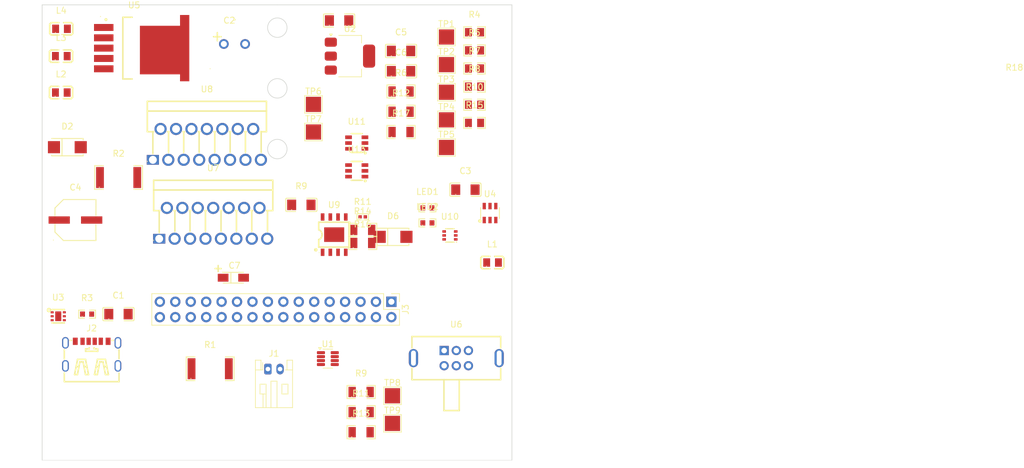
<source format=kicad_pcb>
(kicad_pcb (version 20240108) (generator "pcbnew") (generator_version "8.0")
  (layers (0 "F.Cu" signal) (31 "B.Cu" signal) (34 "B.Paste" user) (35 "F.Paste" user) (36 "B.SilkS" user "B.Silkscreen") (37 "F.SilkS" user "F.Silkscreen") (38 "B.Mask" user) (39 "F.Mask" user) (44 "Edge.Cuts" user))
  (net 0 "")
  (net 1 "GND")
  (net 2 "/SwitchOn")
  (net 3 "/5V")
  (net 4 "/5VBoosted")
  (net 5 "/5VBoost")
  (net 6 "Net-(D6-A)")
  (net 7 "Net-(J1-Pin_1)")
  (net 8 "/CTRL_EXT_LOAD1")
  (net 9 "/I2C1_SCL")
  (net 10 "/Motor2_A_OUT")
  (net 11 "/MOTOR2_CTRL2")
  (net 12 "/Motor4_A_OUT")
  (net 13 "/5V Out")
  (net 14 "/MOTOR1_CTRL1")
  (net 16 "/MOTOR1_B_OUT")
  (net 17 "/MOTOR4_CTRL1")
  (net 18 "/EXT_LOAD2_OUT")
  (net 19 "/MOTOR2_CTRL1")
  (net 20 "/Motor2_B_OUT")
  (net 21 "/Motor4_B_Out")
  (net 22 "/MOTOR4_CTRL2")
  (net 23 "/I2C1_SDA")
  (net 24 "/USART2_RX")
  (net 25 "/MOTOR1_CTRL2")
  (net 26 "/MOTOR3_CTRL1")
  (net 27 "/CTRL_EXT_LOAD2")
  (net 28 "/MOTOR3_CTRL2")
  (net 29 "/FAST_CHARGE_CTRL")
  (net 30 "/3V3 oUT")
  (net 31 "/9V")
  (net 32 "/MOTOR1_A_OUT")
  (net 33 "/MOTOR3_A_OUT")
  (net 34 "/USART2_TX")
  (net 35 "/Battery")
  (net 36 "/EXT_LOAD1_OUT")
  (net 37 "/MOTOR3_B_OUT")
  (net 38 "Net-(L2-Pad2)")
  (net 39 "Net-(L3-Pad1)")
  (net 40 "Net-(LED1-K)")
  (net 41 "Net-(LED1-A)")
  (net 42 "Net-(LED2-K)")
  (net 43 "Net-(U1-IN+)")
  (net 44 "Net-(U8-Sense_B)")
  (net 45 "Net-(U7-Sense_B)")
  (net 46 "Net-(U9-VCC)")
  (net 47 "Net-(U10-B2)")
  (net 48 "Net-(U9-STDBY#)")
  (net 49 "Net-(U10-B1)")
  (net 50 "Net-(U9-CHRG#)")
  (net 51 "Net-(U7-Sense_A)")
  (net 52 "Net-(U8-Sense_A)")
  (net 53 "/SwitchCommon")
  (net 54 "Net-(U1-IN-)")
  (net 55 "/V3.3Reg")
  (net 56 "Net-(U2-GND)")
  (net 57 "Net-(J2-CC2)")
  (net 58 "Net-(U3-VSET)")
  (net 61 "Net-(J2-CC1)")
  (net 67 "/BatteryPos")
  (net 74 "/R_prog")
  (footprint "xxcustom_footprint:R1206" (layer "F.Cu") (at 171.098299 107.624409)
    (property "Reference" "R14" (at 0 -3.079096 0) (layer "F.SilkS"))
    (property "Value" "1k")
    (pad "1" smd rect (at -1.478791 0) (size 1.207518 1.701016) (layers "F.Cu" "F.Paste" "F.Mask") (net 48 "Net-(U9-STDBY#)"))
    (pad "2" smd rect (at 1.478791 0) (size 1.207518 1.701016) (layers "F.Cu" "F.Paste" "F.Mask") (net 42 "Net-(LED2-K)"))
  )
  (footprint "TestPoint:TestPoint_Pad_2.5x2.5mm" (layer "F.Cu") (at 184.887662 75.848766)
    (property "Reference" "TP1" (at 0 -2.148 0) (layer "F.SilkS"))
    (property "Value" "TestPoint")
    (pad "1" smd rect (at 0 0) (size 2.5 2.5) (layers "F.Cu" "F.Mask") (net 4 "/5VBoosted"))
  )
  (footprint "xxcustom_footprint:MULTIWATT-15_L19.6-W5.0-P1.27-L" (layer "F.Cu") (at 145.459995 93.540005)
    (property "Reference" "U8" (at 0 -9.089992 0) (layer "F.SilkS"))
    (property "Value" "L298N_C19922")
    (pad "1" thru_hole rect (at -8.890018 2.540005) (size 2 1.6) (drill 1.300025) (layers "*.Cu" "*.Mask" "In1.Cu" "In2.Cu" "In3.Cu" "In4.Cu" "In5.Cu" "In6.Cu" "In7.Cu" "In8.Cu" "In9.Cu" "In10.Cu" "In11.Cu" "In12.Cu" "In13.Cu" "In14.Cu" "In15.Cu" "In16.Cu" "In17.Cu" "In18.Cu" "In19.Cu" "In20.Cu" "In21.Cu" "In22.Cu" "In23.Cu" "In24.Cu" "In25.Cu" "In26.Cu" "In27.Cu" "In28.Cu" "In29.Cu" "In30.Cu") (net 52 "Net-(U8-Sense_A)"))
    (pad "2" thru_hole circle (at -7.620015 -2.540005) (size 2 2) (drill 1.300025) (layers "*.Cu" "*.Mask" "In1.Cu" "In2.Cu" "In3.Cu" "In4.Cu" "In5.Cu" "In6.Cu" "In7.Cu" "In8.Cu" "In9.Cu" "In10.Cu" "In11.Cu" "In12.Cu" "In13.Cu" "In14.Cu" "In15.Cu" "In16.Cu" "In17.Cu" "In18.Cu" "In19.Cu" "In20.Cu" "In21.Cu" "In22.Cu" "In23.Cu" "In24.Cu" "In25.Cu" "In26.Cu" "In27.Cu" "In28.Cu" "In29.Cu" "In30.Cu") (net 10 "/Motor2_A_OUT"))
    (pad "3" thru_hole circle (at -6.350013 2.540005) (size 2 2) (drill 1.300025) (layers "*.Cu" "*.Mask" "In1.Cu" "In2.Cu" "In3.Cu" "In4.Cu" "In5.Cu" "In6.Cu" "In7.Cu" "In8.Cu" "In9.Cu" "In10.Cu" "In11.Cu" "In12.Cu" "In13.Cu" "In14.Cu" "In15.Cu" "In16.Cu" "In17.Cu" "In18.Cu" "In19.Cu" "In20.Cu" "In21.Cu" "In22.Cu" "In23.Cu" "In24.Cu" "In25.Cu" "In26.Cu" "In27.Cu" "In28.Cu" "In29.Cu" "In30.Cu") (net 20 "/Motor2_B_OUT"))
    (pad "4" thru_hole circle (at -5.08001 -2.540005) (size 2 2) (drill 1.300025) (layers "*.Cu" "*.Mask" "In1.Cu" "In2.Cu" "In3.Cu" "In4.Cu" "In5.Cu" "In6.Cu" "In7.Cu" "In8.Cu" "In9.Cu" "In10.Cu" "In11.Cu" "In12.Cu" "In13.Cu" "In14.Cu" "In15.Cu" "In16.Cu" "In17.Cu" "In18.Cu" "In19.Cu" "In20.Cu" "In21.Cu" "In22.Cu" "In23.Cu" "In24.Cu" "In25.Cu" "In26.Cu" "In27.Cu" "In28.Cu" "In29.Cu" "In30.Cu") (net 4 "/5VBoosted"))
    (pad "5" thru_hole circle (at -3.810008 2.540005) (size 2 2) (drill 1.300025) (layers "*.Cu" "*.Mask" "In1.Cu" "In2.Cu" "In3.Cu" "In4.Cu" "In5.Cu" "In6.Cu" "In7.Cu" "In8.Cu" "In9.Cu" "In10.Cu" "In11.Cu" "In12.Cu" "In13.Cu" "In14.Cu" "In15.Cu" "In16.Cu" "In17.Cu" "In18.Cu" "In19.Cu" "In20.Cu" "In21.Cu" "In22.Cu" "In23.Cu" "In24.Cu" "In25.Cu" "In26.Cu" "In27.Cu" "In28.Cu" "In29.Cu" "In30.Cu") (net 19 "/MOTOR2_CTRL1"))
    (pad "6" thru_hole circle (at -2.540005 -2.540005) (size 2 2) (drill 1.300025) (layers "*.Cu" "*.Mask" "In1.Cu" "In2.Cu" "In3.Cu" "In4.Cu" "In5.Cu" "In6.Cu" "In7.Cu" "In8.Cu" "In9.Cu" "In10.Cu" "In11.Cu" "In12.Cu" "In13.Cu" "In14.Cu" "In15.Cu" "In16.Cu" "In17.Cu" "In18.Cu" "In19.Cu" "In20.Cu" "In21.Cu" "In22.Cu" "In23.Cu" "In24.Cu" "In25.Cu" "In26.Cu" "In27.Cu" "In28.Cu" "In29.Cu" "In30.Cu"))
    (pad "7" thru_hole circle (at -1.270003 2.540005) (size 2 2) (drill 1.300025) (layers "*.Cu" "*.Mask" "In1.Cu" "In2.Cu" "In3.Cu" "In4.Cu" "In5.Cu" "In6.Cu" "In7.Cu" "In8.Cu" "In9.Cu" "In10.Cu" "In11.Cu" "In12.Cu" "In13.Cu" "In14.Cu" "In15.Cu" "In16.Cu" "In17.Cu" "In18.Cu" "In19.Cu" "In20.Cu" "In21.Cu" "In22.Cu" "In23.Cu" "In24.Cu" "In25.Cu" "In26.Cu" "In27.Cu" "In28.Cu" "In29.Cu" "In30.Cu") (net 11 "/MOTOR2_CTRL2"))
    (pad "8" thru_hole circle (at 0 -2.540005) (size 2 2) (drill 1.300025) (layers "*.Cu" "*.Mask" "In1.Cu" "In2.Cu" "In3.Cu" "In4.Cu" "In5.Cu" "In6.Cu" "In7.Cu" "In8.Cu" "In9.Cu" "In10.Cu" "In11.Cu" "In12.Cu" "In13.Cu" "In14.Cu" "In15.Cu" "In16.Cu" "In17.Cu" "In18.Cu" "In19.Cu" "In20.Cu" "In21.Cu" "In22.Cu" "In23.Cu" "In24.Cu" "In25.Cu" "In26.Cu" "In27.Cu" "In28.Cu" "In29.Cu" "In30.Cu") (net 1 "GND"))
    (pad "9" thru_hole circle (at 1.270003 2.540005) (size 2 2) (drill 1.300025) (layers "*.Cu" "*.Mask" "In1.Cu" "In2.Cu" "In3.Cu" "In4.Cu" "In5.Cu" "In6.Cu" "In7.Cu" "In8.Cu" "In9.Cu" "In10.Cu" "In11.Cu" "In12.Cu" "In13.Cu" "In14.Cu" "In15.Cu" "In16.Cu" "In17.Cu" "In18.Cu" "In19.Cu" "In20.Cu" "In21.Cu" "In22.Cu" "In23.Cu" "In24.Cu" "In25.Cu" "In26.Cu" "In27.Cu" "In28.Cu" "In29.Cu" "In30.Cu") (net 4 "/5VBoosted"))
    (pad "10" thru_hole circle (at 2.540005 -2.540005) (size 2 2) (drill 1.300025) (layers "*.Cu" "*.Mask" "In1.Cu" "In2.Cu" "In3.Cu" "In4.Cu" "In5.Cu" "In6.Cu" "In7.Cu" "In8.Cu" "In9.Cu" "In10.Cu" "In11.Cu" "In12.Cu" "In13.Cu" "In14.Cu" "In15.Cu" "In16.Cu" "In17.Cu" "In18.Cu" "In19.Cu" "In20.Cu" "In21.Cu" "In22.Cu" "In23.Cu" "In24.Cu" "In25.Cu" "In26.Cu" "In27.Cu" "In28.Cu" "In29.Cu" "In30.Cu") (net 17 "/MOTOR4_CTRL1"))
    (pad "11" thru_hole circle (at 3.810008 2.540005) (size 2 2) (drill 1.300025) (layers "*.Cu" "*.Mask" "In1.Cu" "In2.Cu" "In3.Cu" "In4.Cu" "In5.Cu" "In6.Cu" "In7.Cu" "In8.Cu" "In9.Cu" "In10.Cu" "In11.Cu" "In12.Cu" "In13.Cu" "In14.Cu" "In15.Cu" "In16.Cu" "In17.Cu" "In18.Cu" "In19.Cu" "In20.Cu" "In21.Cu" "In22.Cu" "In23.Cu" "In24.Cu" "In25.Cu" "In26.Cu" "In27.Cu" "In28.Cu" "In29.Cu" "In30.Cu"))
    (pad "12" thru_hole circle (at 5.08001 -2.540005) (size 2 2) (drill 1.300025) (layers "*.Cu" "*.Mask" "In1.Cu" "In2.Cu" "In3.Cu" "In4.Cu" "In5.Cu" "In6.Cu" "In7.Cu" "In8.Cu" "In9.Cu" "In10.Cu" "In11.Cu" "In12.Cu" "In13.Cu" "In14.Cu" "In15.Cu" "In16.Cu" "In17.Cu" "In18.Cu" "In19.Cu" "In20.Cu" "In21.Cu" "In22.Cu" "In23.Cu" "In24.Cu" "In25.Cu" "In26.Cu" "In27.Cu" "In28.Cu" "In29.Cu" "In30.Cu") (net 22 "/MOTOR4_CTRL2"))
    (pad "13" thru_hole circle (at 6.350013 2.540005) (size 2 2) (drill 1.300025) (layers "*.Cu" "*.Mask" "In1.Cu" "In2.Cu" "In3.Cu" "In4.Cu" "In5.Cu" "In6.Cu" "In7.Cu" "In8.Cu" "In9.Cu" "In10.Cu" "In11.Cu" "In12.Cu" "In13.Cu" "In14.Cu" "In15.Cu" "In16.Cu" "In17.Cu" "In18.Cu" "In19.Cu" "In20.Cu" "In21.Cu" "In22.Cu" "In23.Cu" "In24.Cu" "In25.Cu" "In26.Cu" "In27.Cu" "In28.Cu" "In29.Cu" "In30.Cu") (net 12 "/Motor4_A_OUT"))
    (pad "14" thru_hole circle (at 7.620015 -2.540005) (size 2 2) (drill 1.300025) (layers "*.Cu" "*.Mask" "In1.Cu" "In2.Cu" "In3.Cu" "In4.Cu" "In5.Cu" "In6.Cu" "In7.Cu" "In8.Cu" "In9.Cu" "In10.Cu" "In11.Cu" "In12.Cu" "In13.Cu" "In14.Cu" "In15.Cu" "In16.Cu" "In17.Cu" "In18.Cu" "In19.Cu" "In20.Cu" "In21.Cu" "In22.Cu" "In23.Cu" "In24.Cu" "In25.Cu" "In26.Cu" "In27.Cu" "In28.Cu" "In29.Cu" "In30.Cu") (net 21 "/Motor4_B_Out"))
    (pad "15" thru_hole circle (at 8.890018 2.540005) (size 2 2) (drill 1.300025) (layers "*.Cu" "*.Mask" "In1.Cu" "In2.Cu" "In3.Cu" "In4.Cu" "In5.Cu" "In6.Cu" "In7.Cu" "In8.Cu" "In9.Cu" "In10.Cu" "In11.Cu" "In12.Cu" "In13.Cu" "In14.Cu" "In15.Cu" "In16.Cu" "In17.Cu" "In18.Cu" "In19.Cu" "In20.Cu" "In21.Cu" "In22.Cu" "In23.Cu" "In24.Cu" "In25.Cu" "In26.Cu" "In27.Cu" "In28.Cu" "In29.Cu" "In30.Cu") (net 44 "Net-(U8-Sense_B)"))
  )
  (footprint "xxcustom_footprint:TDFN-6_L2.0-W2.0-P0.65-TL-EP" (layer "F.Cu") (at 120.999924 121.850038)
    (property "Reference" "U3" (at -0.007963 -3.1 0) (layer "F.SilkS"))
    (property "Value" "HUSB237-AA001-DN06R")
    (pad "1" smd rect (at -0.999924 -0.650013 90) (size 0.350013 0.5) (layers "F.Cu" "F.Paste" "F.Mask") (net 61 "Net-(J2-CC1)"))
    (pad "2" smd rect (at -0.999924 -0.000025 90) (size 0.350013 0.5) (layers "F.Cu" "F.Paste" "F.Mask") (net 31 "/9V"))
    (pad "3" smd rect (at -0.999924 0.649962 90) (size 0.350013 0.5) (layers "F.Cu" "F.Paste" "F.Mask") (net 58 "Net-(U3-VSET)"))
    (pad "4" smd rect (at 1.000076 0.649962 90) (size 0.350013 0.5) (layers "F.Cu" "F.Paste" "F.Mask"))
    (pad "5" smd rect (at 1.000076 -0.000025 90) (size 0.350013 0.5) (layers "F.Cu" "F.Paste" "F.Mask"))
    (pad "6" smd rect (at 1.000076 -0.650013 90) (size 0.350013 0.5) (layers "F.Cu" "F.Paste" "F.Mask") (net 57 "Net-(J2-CC2)"))
    (pad "7" smd rect (at 0.000076 -0.000025 180) (size 1 1.6) (layers "F.Cu" "F.Paste" "F.Mask") (net 1 "GND"))
  )
  (footprint "xxcustom_footprint:C1206" (layer "F.Cu") (at 177.407417 81.487146)
    (property "Reference" "C6" (at 0 -3.092609 0) (layer "F.SilkS"))
    (property "Value" "22u")
    (pad "1" smd rect (at -1.592583 0) (size 1.485014 1.727991) (layers "F.Cu" "F.Paste" "F.Mask") (net 5 "/5VBoost"))
    (pad "2" smd rect (at 1.592583 0) (size 1.485014 1.727991) (layers "F.Cu" "F.Paste" "F.Mask") (net 1 "GND"))
  )
  (footprint "Package_TO_SOT_SMD:SOT-23-8" (layer "F.Cu") (at 165.3625 128.825)
    (property "Reference" "U1" (at 0 -2.4 0) (layer "F.SilkS"))
    (property "Value" "INA219AxDCN")
    (pad "1" smd roundrect (at -1.1375 -0.975) (size 1.325 0.5) (layers "F.Cu" "F.Paste" "F.Mask") (net 43 "Net-(U1-IN+)"))
    (pad "2" smd roundrect (at -1.1375 -0.325) (size 1.325 0.5) (layers "F.Cu" "F.Paste" "F.Mask") (net 54 "Net-(U1-IN-)"))
    (pad "3" smd roundrect (at -1.1375 0.325) (size 1.325 0.5) (layers "F.Cu" "F.Paste" "F.Mask") (net 1 "GND"))
    (pad "4" smd roundrect (at -1.1375 0.975) (size 1.325 0.5) (layers "F.Cu" "F.Paste" "F.Mask") (net 3 "/5V"))
    (pad "5" smd roundrect (at 1.1375 0.975) (size 1.325 0.5) (layers "F.Cu" "F.Paste" "F.Mask") (net 9 "/I2C1_SCL"))
    (pad "6" smd roundrect (at 1.1375 0.325) (size 1.325 0.5) (layers "F.Cu" "F.Paste" "F.Mask") (net 23 "/I2C1_SDA"))
    (pad "7" smd roundrect (at 1.1375 -0.325) (size 1.325 0.5) (layers "F.Cu" "F.Paste" "F.Mask") (net 1 "GND"))
    (pad "8" smd roundrect (at 1.1375 -0.975) (size 1.325 0.5) (layers "F.Cu" "F.Paste" "F.Mask") (net 3 "/5V"))
  )
  (footprint "Connector_PinHeader_2.54mm:PinHeader_2x16_P2.54mm_Vertical" (layer "F.Cu") (at 175.82 119.46 -90)
    (property "Reference" "J3" (at 1.27 -2.33 90) (layer "F.SilkS"))
    (property "Value" "Conn_02x16_Odd_Even")
    (pad "1" thru_hole rect (at 0 0 270) (size 1.7 1.7) (drill 1) (layers "*.Cu" "*.Mask" "In1.Cu" "In2.Cu" "In3.Cu" "In4.Cu" "In5.Cu" "In6.Cu" "In7.Cu" "In8.Cu" "In9.Cu" "In10.Cu" "In11.Cu" "In12.Cu" "In13.Cu" "In14.Cu" "In15.Cu" "In16.Cu" "In17.Cu" "In18.Cu" "In19.Cu" "In20.Cu" "In21.Cu" "In22.Cu" "In23.Cu" "In24.Cu" "In25.Cu" "In26.Cu" "In27.Cu" "In28.Cu" "In29.Cu" "In30.Cu") (net 20 "/Motor2_B_OUT"))
    (pad "2" thru_hole oval (at 2.54 0 270) (size 1.7 1.7) (drill 1) (layers "*.Cu" "*.Mask" "In1.Cu" "In2.Cu" "In3.Cu" "In4.Cu" "In5.Cu" "In6.Cu" "In7.Cu" "In8.Cu" "In9.Cu" "In10.Cu" "In11.Cu" "In12.Cu" "In13.Cu" "In14.Cu" "In15.Cu" "In16.Cu" "In17.Cu" "In18.Cu" "In19.Cu" "In20.Cu" "In21.Cu" "In22.Cu" "In23.Cu" "In24.Cu" "In25.Cu" "In26.Cu" "In27.Cu" "In28.Cu" "In29.Cu" "In30.Cu") (net 10 "/Motor2_A_OUT"))
    (pad "3" thru_hole oval (at 0 2.54 270) (size 1.7 1.7) (drill 1) (layers "*.Cu" "*.Mask" "In1.Cu" "In2.Cu" "In3.Cu" "In4.Cu" "In5.Cu" "In6.Cu" "In7.Cu" "In8.Cu" "In9.Cu" "In10.Cu" "In11.Cu" "In12.Cu" "In13.Cu" "In14.Cu" "In15.Cu" "In16.Cu" "In17.Cu" "In18.Cu" "In19.Cu" "In20.Cu" "In21.Cu" "In22.Cu" "In23.Cu" "In24.Cu" "In25.Cu" "In26.Cu" "In27.Cu" "In28.Cu" "In29.Cu" "In30.Cu") (net 12 "/Motor4_A_OUT"))
    (pad "4" thru_hole oval (at 2.54 2.54 270) (size 1.7 1.7) (drill 1) (layers "*.Cu" "*.Mask" "In1.Cu" "In2.Cu" "In3.Cu" "In4.Cu" "In5.Cu" "In6.Cu" "In7.Cu" "In8.Cu" "In9.Cu" "In10.Cu" "In11.Cu" "In12.Cu" "In13.Cu" "In14.Cu" "In15.Cu" "In16.Cu" "In17.Cu" "In18.Cu" "In19.Cu" "In20.Cu" "In21.Cu" "In22.Cu" "In23.Cu" "In24.Cu" "In25.Cu" "In26.Cu" "In27.Cu" "In28.Cu" "In29.Cu" "In30.Cu") (net 19 "/MOTOR2_CTRL1"))
    (pad "5" thru_hole oval (at 0 5.08 270) (size 1.7 1.7) (drill 1) (layers "*.Cu" "*.Mask" "In1.Cu" "In2.Cu" "In3.Cu" "In4.Cu" "In5.Cu" "In6.Cu" "In7.Cu" "In8.Cu" "In9.Cu" "In10.Cu" "In11.Cu" "In12.Cu" "In13.Cu" "In14.Cu" "In15.Cu" "In16.Cu" "In17.Cu" "In18.Cu" "In19.Cu" "In20.Cu" "In21.Cu" "In22.Cu" "In23.Cu" "In24.Cu" "In25.Cu" "In26.Cu" "In27.Cu" "In28.Cu" "In29.Cu" "In30.Cu") (net 21 "/Motor4_B_Out"))
    (pad "6" thru_hole oval (at 2.54 5.08 270) (size 1.7 1.7) (drill 1) (layers "*.Cu" "*.Mask" "In1.Cu" "In2.Cu" "In3.Cu" "In4.Cu" "In5.Cu" "In6.Cu" "In7.Cu" "In8.Cu" "In9.Cu" "In10.Cu" "In11.Cu" "In12.Cu" "In13.Cu" "In14.Cu" "In15.Cu" "In16.Cu" "In17.Cu" "In18.Cu" "In19.Cu" "In20.Cu" "In21.Cu" "In22.Cu" "In23.Cu" "In24.Cu" "In25.Cu" "In26.Cu" "In27.Cu" "In28.Cu" "In29.Cu" "In30.Cu") (net 11 "/MOTOR2_CTRL2"))
    (pad "7" thru_hole oval (at 0 7.62 270) (size 1.7 1.7) (drill 1) (layers "*.Cu" "*.Mask" "In1.Cu" "In2.Cu" "In3.Cu" "In4.Cu" "In5.Cu" "In6.Cu" "In7.Cu" "In8.Cu" "In9.Cu" "In10.Cu" "In11.Cu" "In12.Cu" "In13.Cu" "In14.Cu" "In15.Cu" "In16.Cu" "In17.Cu" "In18.Cu" "In19.Cu" "In20.Cu" "In21.Cu" "In22.Cu" "In23.Cu" "In24.Cu" "In25.Cu" "In26.Cu" "In27.Cu" "In28.Cu" "In29.Cu" "In30.Cu") (net 27 "/CTRL_EXT_LOAD2"))
    (pad "8" thru_hole oval (at 2.54 7.62 270) (size 1.7 1.7) (drill 1) (layers "*.Cu" "*.Mask" "In1.Cu" "In2.Cu" "In3.Cu" "In4.Cu" "In5.Cu" "In6.Cu" "In7.Cu" "In8.Cu" "In9.Cu" "In10.Cu" "In11.Cu" "In12.Cu" "In13.Cu" "In14.Cu" "In15.Cu" "In16.Cu" "In17.Cu" "In18.Cu" "In19.Cu" "In20.Cu" "In21.Cu" "In22.Cu" "In23.Cu" "In24.Cu" "In25.Cu" "In26.Cu" "In27.Cu" "In28.Cu" "In29.Cu" "In30.Cu") (net 17 "/MOTOR4_CTRL1"))
    (pad "9" thru_hole oval (at 0 10.16 270) (size 1.7 1.7) (drill 1) (layers "*.Cu" "*.Mask" "In1.Cu" "In2.Cu" "In3.Cu" "In4.Cu" "In5.Cu" "In6.Cu" "In7.Cu" "In8.Cu" "In9.Cu" "In10.Cu" "In11.Cu" "In12.Cu" "In13.Cu" "In14.Cu" "In15.Cu" "In16.Cu" "In17.Cu" "In18.Cu" "In19.Cu" "In20.Cu" "In21.Cu" "In22.Cu" "In23.Cu" "In24.Cu" "In25.Cu" "In26.Cu" "In27.Cu" "In28.Cu" "In29.Cu" "In30.Cu") (net 24 "/USART2_RX"))
    (pad "10" thru_hole oval (at 2.54 10.16 270) (size 1.7 1.7) (drill 1) (layers "*.Cu" "*.Mask" "In1.Cu" "In2.Cu" "In3.Cu" "In4.Cu" "In5.Cu" "In6.Cu" "In7.Cu" "In8.Cu" "In9.Cu" "In10.Cu" "In11.Cu" "In12.Cu" "In13.Cu" "In14.Cu" "In15.Cu" "In16.Cu" "In17.Cu" "In18.Cu" "In19.Cu" "In20.Cu" "In21.Cu" "In22.Cu" "In23.Cu" "In24.Cu" "In25.Cu" "In26.Cu" "In27.Cu" "In28.Cu" "In29.Cu" "In30.Cu") (net 22 "/MOTOR4_CTRL2"))
    (pad "11" thru_hole oval (at 0 12.7 270) (size 1.7 1.7) (drill 1) (layers "*.Cu" "*.Mask" "In1.Cu" "In2.Cu" "In3.Cu" "In4.Cu" "In5.Cu" "In6.Cu" "In7.Cu" "In8.Cu" "In9.Cu" "In10.Cu" "In11.Cu" "In12.Cu" "In13.Cu" "In14.Cu" "In15.Cu" "In16.Cu" "In17.Cu" "In18.Cu" "In19.Cu" "In20.Cu" "In21.Cu" "In22.Cu" "In23.Cu" "In24.Cu" "In25.Cu" "In26.Cu" "In27.Cu" "In28.Cu" "In29.Cu" "In30.Cu") (net 18 "/EXT_LOAD2_OUT"))
    (pad "12" thru_hole oval (at 2.54 12.7 270) (size 1.7 1.7) (drill 1) (layers "*.Cu" "*.Mask" "In1.Cu" "In2.Cu" "In3.Cu" "In4.Cu" "In5.Cu" "In6.Cu" "In7.Cu" "In8.Cu" "In9.Cu" "In10.Cu" "In11.Cu" "In12.Cu" "In13.Cu" "In14.Cu" "In15.Cu" "In16.Cu" "In17.Cu" "In18.Cu" "In19.Cu" "In20.Cu" "In21.Cu" "In22.Cu" "In23.Cu" "In24.Cu" "In25.Cu" "In26.Cu" "In27.Cu" "In28.Cu" "In29.Cu" "In30.Cu") (net 34 "/USART2_TX"))
    (pad "13" thru_hole oval (at 0 15.24 270) (size 1.7 1.7) (drill 1) (layers "*.Cu" "*.Mask" "In1.Cu" "In2.Cu" "In3.Cu" "In4.Cu" "In5.Cu" "In6.Cu" "In7.Cu" "In8.Cu" "In9.Cu" "In10.Cu" "In11.Cu" "In12.Cu" "In13.Cu" "In14.Cu" "In15.Cu" "In16.Cu" "In17.Cu" "In18.Cu" "In19.Cu" "In20.Cu" "In21.Cu" "In22.Cu" "In23.Cu" "In24.Cu" "In25.Cu" "In26.Cu" "In27.Cu" "In28.Cu" "In29.Cu" "In30.Cu") (net 29 "/FAST_CHARGE_CTRL"))
    (pad "14" thru_hole oval (at 2.54 15.24 270) (size 1.7 1.7) (drill 1) (layers "*.Cu" "*.Mask" "In1.Cu" "In2.Cu" "In3.Cu" "In4.Cu" "In5.Cu" "In6.Cu" "In7.Cu" "In8.Cu" "In9.Cu" "In10.Cu" "In11.Cu" "In12.Cu" "In13.Cu" "In14.Cu" "In15.Cu" "In16.Cu" "In17.Cu" "In18.Cu" "In19.Cu" "In20.Cu" "In21.Cu" "In22.Cu" "In23.Cu" "In24.Cu" "In25.Cu" "In26.Cu" "In27.Cu" "In28.Cu" "In29.Cu" "In30.Cu") (net 35 "/Battery"))
    (pad "15" thru_hole oval (at 0 17.78 270) (size 1.7 1.7) (drill 1) (layers "*.Cu" "*.Mask" "In1.Cu" "In2.Cu" "In3.Cu" "In4.Cu" "In5.Cu" "In6.Cu" "In7.Cu" "In8.Cu" "In9.Cu" "In10.Cu" "In11.Cu" "In12.Cu" "In13.Cu" "In14.Cu" "In15.Cu" "In16.Cu" "In17.Cu" "In18.Cu" "In19.Cu" "In20.Cu" "In21.Cu" "In22.Cu" "In23.Cu" "In24.Cu" "In25.Cu" "In26.Cu" "In27.Cu" "In28.Cu" "In29.Cu" "In30.Cu"))
    (pad "16" thru_hole oval (at 2.54 17.78 270) (size 1.7 1.7) (drill 1) (layers "*.Cu" "*.Mask" "In1.Cu" "In2.Cu" "In3.Cu" "In4.Cu" "In5.Cu" "In6.Cu" "In7.Cu" "In8.Cu" "In9.Cu" "In10.Cu" "In11.Cu" "In12.Cu" "In13.Cu" "In14.Cu" "In15.Cu" "In16.Cu" "In17.Cu" "In18.Cu" "In19.Cu" "In20.Cu" "In21.Cu" "In22.Cu" "In23.Cu" "In24.Cu" "In25.Cu" "In26.Cu" "In27.Cu" "In28.Cu" "In29.Cu" "In30.Cu") (net 9 "/I2C1_SCL"))
    (pad "17" thru_hole oval (at 0 20.32 270) (size 1.7 1.7) (drill 1) (layers "*.Cu" "*.Mask" "In1.Cu" "In2.Cu" "In3.Cu" "In4.Cu" "In5.Cu" "In6.Cu" "In7.Cu" "In8.Cu" "In9.Cu" "In10.Cu" "In11.Cu" "In12.Cu" "In13.Cu" "In14.Cu" "In15.Cu" "In16.Cu" "In17.Cu" "In18.Cu" "In19.Cu" "In20.Cu" "In21.Cu" "In22.Cu" "In23.Cu" "In24.Cu" "In25.Cu" "In26.Cu" "In27.Cu" "In28.Cu" "In29.Cu" "In30.Cu") (net 23 "/I2C1_SDA"))
    (pad "18" thru_hole oval (at 2.54 20.32 270) (size 1.7 1.7) (drill 1) (layers "*.Cu" "*.Mask" "In1.Cu" "In2.Cu" "In3.Cu" "In4.Cu" "In5.Cu" "In6.Cu" "In7.Cu" "In8.Cu" "In9.Cu" "In10.Cu" "In11.Cu" "In12.Cu" "In13.Cu" "In14.Cu" "In15.Cu" "In16.Cu" "In17.Cu" "In18.Cu" "In19.Cu" "In20.Cu" "In21.Cu" "In22.Cu" "In23.Cu" "In24.Cu" "In25.Cu" "In26.Cu" "In27.Cu" "In28.Cu" "In29.Cu" "In30.Cu") (net 30 "/3V3 oUT"))
    (pad "19" thru_hole oval (at 0 22.86 270) (size 1.7 1.7) (drill 1) (layers "*.Cu" "*.Mask" "In1.Cu" "In2.Cu" "In3.Cu" "In4.Cu" "In5.Cu" "In6.Cu" "In7.Cu" "In8.Cu" "In9.Cu" "In10.Cu" "In11.Cu" "In12.Cu" "In13.Cu" "In14.Cu" "In15.Cu" "In16.Cu" "In17.Cu" "In18.Cu" "In19.Cu" "In20.Cu" "In21.Cu" "In22.Cu" "In23.Cu" "In24.Cu" "In25.Cu" "In26.Cu" "In27.Cu" "In28.Cu" "In29.Cu" "In30.Cu") (net 1 "GND"))
    (pad "20" thru_hole oval (at 2.54 22.86 270) (size 1.7 1.7) (drill 1) (layers "*.Cu" "*.Mask" "In1.Cu" "In2.Cu" "In3.Cu" "In4.Cu" "In5.Cu" "In6.Cu" "In7.Cu" "In8.Cu" "In9.Cu" "In10.Cu" "In11.Cu" "In12.Cu" "In13.Cu" "In14.Cu" "In15.Cu" "In16.Cu" "In17.Cu" "In18.Cu" "In19.Cu" "In20.Cu" "In21.Cu" "In22.Cu" "In23.Cu" "In24.Cu" "In25.Cu" "In26.Cu" "In27.Cu" "In28.Cu" "In29.Cu" "In30.Cu") (net 13 "/5V Out"))
    (pad "21" thru_hole oval (at 0 25.4 270) (size 1.7 1.7) (drill 1) (layers "*.Cu" "*.Mask" "In1.Cu" "In2.Cu" "In3.Cu" "In4.Cu" "In5.Cu" "In6.Cu" "In7.Cu" "In8.Cu" "In9.Cu" "In10.Cu" "In11.Cu" "In12.Cu" "In13.Cu" "In14.Cu" "In15.Cu" "In16.Cu" "In17.Cu" "In18.Cu" "In19.Cu" "In20.Cu" "In21.Cu" "In22.Cu" "In23.Cu" "In24.Cu" "In25.Cu" "In26.Cu" "In27.Cu" "In28.Cu" "In29.Cu" "In30.Cu") (net 36 "/EXT_LOAD1_OUT"))
    (pad "22" thru_hole oval (at 2.54 25.4 270) (size 1.7 1.7) (drill 1) (layers "*.Cu" "*.Mask" "In1.Cu" "In2.Cu" "In3.Cu" "In4.Cu" "In5.Cu" "In6.Cu" "In7.Cu" "In8.Cu" "In9.Cu" "In10.Cu" "In11.Cu" "In12.Cu" "In13.Cu" "In14.Cu" "In15.Cu" "In16.Cu" "In17.Cu" "In18.Cu" "In19.Cu" "In20.Cu" "In21.Cu" "In22.Cu" "In23.Cu" "In24.Cu" "In25.Cu" "In26.Cu" "In27.Cu" "In28.Cu" "In29.Cu" "In30.Cu") (net 31 "/9V"))
    (pad "23" thru_hole oval (at 0 27.94 270) (size 1.7 1.7) (drill 1) (layers "*.Cu" "*.Mask" "In1.Cu" "In2.Cu" "In3.Cu" "In4.Cu" "In5.Cu" "In6.Cu" "In7.Cu" "In8.Cu" "In9.Cu" "In10.Cu" "In11.Cu" "In12.Cu" "In13.Cu" "In14.Cu" "In15.Cu" "In16.Cu" "In17.Cu" "In18.Cu" "In19.Cu" "In20.Cu" "In21.Cu" "In22.Cu" "In23.Cu" "In24.Cu" "In25.Cu" "In26.Cu" "In27.Cu" "In28.Cu" "In29.Cu" "In30.Cu") (net 1 "GND"))
    (pad "24" thru_hole oval (at 2.54 27.94 270) (size 1.7 1.7) (drill 1) (layers "*.Cu" "*.Mask" "In1.Cu" "In2.Cu" "In3.Cu" "In4.Cu" "In5.Cu" "In6.Cu" "In7.Cu" "In8.Cu" "In9.Cu" "In10.Cu" "In11.Cu" "In12.Cu" "In13.Cu" "In14.Cu" "In15.Cu" "In16.Cu" "In17.Cu" "In18.Cu" "In19.Cu" "In20.Cu" "In21.Cu" "In22.Cu" "In23.Cu" "In24.Cu" "In25.Cu" "In26.Cu" "In27.Cu" "In28.Cu" "In29.Cu" "In30.Cu") (net 26 "/MOTOR3_CTRL1"))
    (pad "25" thru_hole oval (at 0 30.48 270) (size 1.7 1.7) (drill 1) (layers "*.Cu" "*.Mask" "In1.Cu" "In2.Cu" "In3.Cu" "In4.Cu" "In5.Cu" "In6.Cu" "In7.Cu" "In8.Cu" "In9.Cu" "In10.Cu" "In11.Cu" "In12.Cu" "In13.Cu" "In14.Cu" "In15.Cu" "In16.Cu" "In17.Cu" "In18.Cu" "In19.Cu" "In20.Cu" "In21.Cu" "In22.Cu" "In23.Cu" "In24.Cu" "In25.Cu" "In26.Cu" "In27.Cu" "In28.Cu" "In29.Cu" "In30.Cu") (net 8 "/CTRL_EXT_LOAD1"))
    (pad "26" thru_hole oval (at 2.54 30.48 270) (size 1.7 1.7) (drill 1) (layers "*.Cu" "*.Mask" "In1.Cu" "In2.Cu" "In3.Cu" "In4.Cu" "In5.Cu" "In6.Cu" "In7.Cu" "In8.Cu" "In9.Cu" "In10.Cu" "In11.Cu" "In12.Cu" "In13.Cu" "In14.Cu" "In15.Cu" "In16.Cu" "In17.Cu" "In18.Cu" "In19.Cu" "In20.Cu" "In21.Cu" "In22.Cu" "In23.Cu" "In24.Cu" "In25.Cu" "In26.Cu" "In27.Cu" "In28.Cu" "In29.Cu" "In30.Cu") (net 28 "/MOTOR3_CTRL2"))
    (pad "27" thru_hole oval (at 0 33.02 270) (size 1.7 1.7) (drill 1) (layers "*.Cu" "*.Mask" "In1.Cu" "In2.Cu" "In3.Cu" "In4.Cu" "In5.Cu" "In6.Cu" "In7.Cu" "In8.Cu" "In9.Cu" "In10.Cu" "In11.Cu" "In12.Cu" "In13.Cu" "In14.Cu" "In15.Cu" "In16.Cu" "In17.Cu" "In18.Cu" "In19.Cu" "In20.Cu" "In21.Cu" "In22.Cu" "In23.Cu" "In24.Cu" "In25.Cu" "In26.Cu" "In27.Cu" "In28.Cu" "In29.Cu" "In30.Cu") (net 33 "/MOTOR3_A_OUT"))
    (pad "28" thru_hole oval (at 2.54 33.02 270) (size 1.7 1.7) (drill 1) (layers "*.Cu" "*.Mask" "In1.Cu" "In2.Cu" "In3.Cu" "In4.Cu" "In5.Cu" "In6.Cu" "In7.Cu" "In8.Cu" "In9.Cu" "In10.Cu" "In11.Cu" "In12.Cu" "In13.Cu" "In14.Cu" "In15.Cu" "In16.Cu" "In17.Cu" "In18.Cu" "In19.Cu" "In20.Cu" "In21.Cu" "In22.Cu" "In23.Cu" "In24.Cu" "In25.Cu" "In26.Cu" "In27.Cu" "In28.Cu" "In29.Cu" "In30.Cu") (net 14 "/MOTOR1_CTRL1"))
    (pad "29" thru_hole oval (at 0 35.56 270) (size 1.7 1.7) (drill 1) (layers "*.Cu" "*.Mask" "In1.Cu" "In2.Cu" "In3.Cu" "In4.Cu" "In5.Cu" "In6.Cu" "In7.Cu" "In8.Cu" "In9.Cu" "In10.Cu" "In11.Cu" "In12.Cu" "In13.Cu" "In14.Cu" "In15.Cu" "In16.Cu" "In17.Cu" "In18.Cu" "In19.Cu" "In20.Cu" "In21.Cu" "In22.Cu" "In23.Cu" "In24.Cu" "In25.Cu" "In26.Cu" "In27.Cu" "In28.Cu" "In29.Cu" "In30.Cu") (net 37 "/MOTOR3_B_OUT"))
    (pad "30" thru_hole oval (at 2.54 35.56 270) (size 1.7 1.7) (drill 1) (layers "*.Cu" "*.Mask" "In1.Cu" "In2.Cu" "In3.Cu" "In4.Cu" "In5.Cu" "In6.Cu" "In7.Cu" "In8.Cu" "In9.Cu" "In10.Cu" "In11.Cu" "In12.Cu" "In13.Cu" "In14.Cu" "In15.Cu" "In16.Cu" "In17.Cu" "In18.Cu" "In19.Cu" "In20.Cu" "In21.Cu" "In22.Cu" "In23.Cu" "In24.Cu" "In25.Cu" "In26.Cu" "In27.Cu" "In28.Cu" "In29.Cu" "In30.Cu") (net 25 "/MOTOR1_CTRL2"))
    (pad "31" thru_hole oval (at 0 38.1 270) (size 1.7 1.7) (drill 1) (layers "*.Cu" "*.Mask" "In1.Cu" "In2.Cu" "In3.Cu" "In4.Cu" "In5.Cu" "In6.Cu" "In7.Cu" "In8.Cu" "In9.Cu" "In10.Cu" "In11.Cu" "In12.Cu" "In13.Cu" "In14.Cu" "In15.Cu" "In16.Cu" "In17.Cu" "In18.Cu" "In19.Cu" "In20.Cu" "In21.Cu" "In22.Cu" "In23.Cu" "In24.Cu" "In25.Cu" "In26.Cu" "In27.Cu" "In28.Cu" "In29.Cu" "In30.Cu") (net 16 "/MOTOR1_B_OUT"))
    (pad "32" thru_hole oval (at 2.54 38.1 270) (size 1.7 1.7) (drill 1) (layers "*.Cu" "*.Mask" "In1.Cu" "In2.Cu" "In3.Cu" "In4.Cu" "In5.Cu" "In6.Cu" "In7.Cu" "In8.Cu" "In9.Cu" "In10.Cu" "In11.Cu" "In12.Cu" "In13.Cu" "In14.Cu" "In15.Cu" "In16.Cu" "In17.Cu" "In18.Cu" "In19.Cu" "In20.Cu" "In21.Cu" "In22.Cu" "In23.Cu" "In24.Cu" "In25.Cu" "In26.Cu" "In27.Cu" "In28.Cu" "In29.Cu" "In30.Cu") (net 32 "/MOTOR1_A_OUT"))
  )
  (footprint "xxcustom_footprint:SOT-23-6_L2.9-W1.6-P0.95-LS2.8-BL" (layer "F.Cu") (at 192.050038 104.850902)
    (property "Reference" "U4" (at 0 -3.149098 0) (layer "F.SilkS"))
    (property "Value" "MT3608")
    (pad "1" smd rect (at -0.949962 1.149098) (size 0.532004 1.072009) (layers "F.Cu" "F.Paste" "F.Mask") (net 6 "Net-(D6-A)"))
    (pad "2" smd rect (at 0 1.149098) (size 0.532004 1.072009) (layers "F.Cu" "F.Paste" "F.Mask") (net 1 "GND"))
    (pad "3" smd rect (at 0.949962 1.149098) (size 0.532004 1.072009) (layers "F.Cu" "F.Paste" "F.Mask") (net 1 "GND"))
    (pad "4" smd rect (at 0.949962 -1.149098) (size 0.532004 1.072009) (layers "F.Cu" "F.Paste" "F.Mask"))
    (pad "5" smd rect (at 0 -1.149098) (size 0.532004 1.072009) (layers "F.Cu" "F.Paste" "F.Mask") (net 2 "/SwitchOn"))
    (pad "6" smd rect (at -0.949962 -1.149098) (size 0.532004 1.072009) (layers "F.Cu" "F.Paste" "F.Mask"))
  )
  (footprint "TestPoint:TestPoint_Pad_2.5x2.5mm" (layer "F.Cu") (at 176 134.95)
    (property "Reference" "TP8" (at 0 -2.148 0) (layer "F.SilkS"))
    (property "Value" "TestPoint")
    (pad "1" smd rect (at 0 0) (size 2.5 2.5) (layers "F.Cu" "F.Mask") (net 58 "Net-(U3-VSET)"))
  )
  (footprint "xxcustom_footprint:R0805" (layer "F.Cu") (at 189.5 90)
    (property "Reference" "R15" (at 0 -2.917094 0) (layer "F.SilkS"))
    (property "Value" "5.6k")
    (pad "1" smd rect (at -1 0) (size 1.132537 1.377013) (layers "F.Cu" "F.Paste" "F.Mask") (net 1 "GND"))
    (pad "2" smd rect (at 1 0) (size 1.132537 1.377013) (layers "F.Cu" "F.Paste" "F.Mask") (net 49 "Net-(U10-B1)"))
  )
  (footprint "xxcustom_footprint:TO-263-5_L10.2-W8.9-P1.70-TL" (layer "F.Cu") (at 133.492253 77.682499)
    (property "Reference" "U5" (at 0 -7.079985 0) (layer "F.SilkS"))
    (property "Value" "LM2596SX-5_0/NOPB")
    (pad "1" smd rect (at -5.007747 -3.403607) (size 3.2 1.150013) (layers "F.Cu" "F.Paste" "F.Mask") (net 53 "/SwitchCommon"))
    (pad "2" smd rect (at -5.007747 -1.701803) (size 3.2 1.150013) (layers "F.Cu" "F.Paste" "F.Mask") (net 53 "/SwitchCommon"))
    (pad "3" smd rect (at -5.007747 0) (size 3.2 1.150013) (layers "F.Cu" "F.Paste" "F.Mask") (net 1 "GND"))
    (pad "4" smd rect (at -5.007747 1.701803) (size 3.2 1.150013) (layers "F.Cu" "F.Paste" "F.Mask") (net 3 "/5V"))
    (pad "5" smd rect (at -5.007747 3.403607) (size 3.2 1.150013) (layers "F.Cu" "F.Paste" "F.Mask") (net 1 "GND"))
    (pad "6" smd custom (at 5.007747 0.317501) (size 0.1 0.1) (layers "F.Cu" "F.Paste" "F.Mask") (net 1 "GND") (options (clearance outline) (anchor circle)) (primitives (gr_poly (pts (xy -4.064008 -4.000508) (xy 2.540005 -4.000508) (xy 2.540005 -5.778512) (xy 4.064008 -5.778512) (xy 4.064008 5.14351) (xy 2.540005 5.14351) (xy 2.540005 4) (xy -4.064008 4)) (width 0) (fill yes))))
  )
  (footprint "xxcustom_footprint:R1206" (layer "F.Cu") (at 170.842325 134.330296)
    (property "Reference" "R9" (at 0 -3.079096 0) (layer "F.SilkS"))
    (property "Value" "1")
    (pad "1" smd rect (at -1.478791 0) (size 1.207518 1.701016) (layers "F.Cu" "F.Paste" "F.Mask") (net 3 "/5V"))
    (pad "2" smd rect (at 1.478791 0) (size 1.207518 1.701016) (layers "F.Cu" "F.Paste" "F.Mask") (net 3 "/5V"))
  )
  (footprint "xxcustom_footprint:C1206" (layer "F.Cu") (at 161 103.5)
    (property "Reference" "R9" (at 0 -3.092609 0) (layer "F.SilkS"))
    (property "Value" "0")
    (pad "1" smd rect (at -1.592583 0) (size 1.485014 1.727991) (layers "F.Cu" "F.Paste" "F.Mask") (net 3 "/5V"))
    (pad "2" smd rect (at 1.592583 0) (size 1.485014 1.727991) (layers "F.Cu" "F.Paste" "F.Mask") (net 3 "/5V"))
  )
  (footprint "TestPoint:TestPoint_Pad_2.5x2.5mm" (layer "F.Cu") (at 163 86.95)
    (property "Reference" "TP6" (at 0 -2.148 0) (layer "F.SilkS"))
    (property "Value" "TestPoint")
    (pad "1" smd rect (at 0 0) (size 2.5 2.5) (layers "F.Cu" "F.Mask") (net 53 "/SwitchCommon"))
  )
  (footprint "xxcustom_footprint:CAP-SMD_L3.2-W1.6-RD-C7171" (layer "F.Cu") (at 149.813691 115.5)
    (property "Reference" "C7" (at 0.186309 -2 0) (layer "F.SilkS"))
    (property "Value" "10u")
    (pad "1" smd rect (at -1.686309 0 180) (size 1.757506 1.296012) (layers "F.Cu" "F.Paste" "F.Mask") (net 67 "/BatteryPos"))
    (pad "2" smd rect (at 1.686309 0 180) (size 1.757506 1.296012) (layers "F.Cu" "F.Paste" "F.Mask") (net 1 "GND"))
  )
  (footprint "xxcustom_footprint:L0805" (layer "F.Cu") (at 121.533782 74.5)
    (property "Reference" "L4" (at -0.040259 -3.015951 0) (layer "F.SilkS"))
    (property "Value" "10u")
    (pad "1" smd rect (at -0.966218 0) (size 1.132537 1.377013) (layers "F.Cu" "F.Paste" "F.Mask") (net 39 "Net-(L3-Pad1)"))
    (pad "2" smd rect (at 0.966218 0) (size 1.132537 1.377013) (layers "F.Cu" "F.Paste" "F.Mask") (net 3 "/5V"))
  )
  (footprint "xxcustom_footprint:R1206" (layer "F.Cu") (at 177.407417 88.162382)
    (property "Reference" "R12" (at 0 -3.079096 0) (layer "F.SilkS"))
    (property "Value" "2k")
    (pad "1" smd rect (at -1.478791 0) (size 1.207518 1.701016) (layers "F.Cu" "F.Paste" "F.Mask") (net 1 "GND"))
    (pad "2" smd rect (at 1.478791 0) (size 1.207518 1.701016) (layers "F.Cu" "F.Paste" "F.Mask") (net 47 "Net-(U10-B2)"))
  )
  (footprint "xxcustom_footprint:R1206" (layer "F.Cu") (at 171.098299 109.774015)
    (property "Reference" "R16" (at 0 -3.079096 0) (layer "F.SilkS"))
    (property "Value" "1k")
    (pad "1" smd rect (at -1.478791 0) (size 1.207518 1.701016) (layers "F.Cu" "F.Paste" "F.Mask") (net 40 "Net-(LED1-K)"))
    (pad "2" smd rect (at 1.478791 0) (size 1.207518 1.701016) (layers "F.Cu" "F.Paste" "F.Mask") (net 50 "Net-(U9-CHRG#)"))
  )
  (footprint "xxcustom_footprint:R1206" (layer "F.Cu") (at 170.842325 137.640888)
    (property "Reference" "R11" (at 0 -3.079096 0) (layer "F.SilkS"))
    (property "Value" "1")
    (pad "1" smd rect (at -1.478791 0) (size 1.207518 1.701016) (layers "F.Cu" "F.Paste" "F.Mask") (net 3 "/5V"))
    (pad "2" smd rect (at 1.478791 0) (size 1.207518 1.701016) (layers "F.Cu" "F.Paste" "F.Mask") (net 3 "/5V"))
  )
  (footprint "TestPoint:TestPoint_Pad_2.5x2.5mm" (layer "F.Cu") (at 184.887662 89.498766)
    (property "Reference" "TP4" (at 0 -2.148 0) (layer "F.SilkS"))
    (property "Value" "TestPoint")
    (pad "1" smd rect (at 0 0) (size 2.5 2.5) (layers "F.Cu" "F.Mask") (net 67 "/BatteryPos"))
  )
  (footprint "TestPoint:TestPoint_Pad_2.5x2.5mm" (layer "F.Cu") (at 184.887662 80.398766)
    (property "Reference" "TP2" (at 0 -2.148 0) (layer "F.SilkS"))
    (property "Value" "TestPoint")
    (pad "1" smd rect (at 0 0) (size 2.5 2.5) (layers "F.Cu" "F.Mask") (net 1 "GND"))
  )
  (footprint "xxcustom_footprint:R0805" (layer "F.Cu") (at 189.5 84.026824)
    (property "Reference" "R8" (at 0 -2.917094 0) (layer "F.SilkS"))
    (property "Value" "47k")
    (pad "1" smd rect (at -1 0) (size 1.132537 1.377013) (layers "F.Cu" "F.Paste" "F.Mask") (net 1 "GND"))
    (pad "2" smd rect (at 1 0) (size 1.132537 1.377013) (layers "F.Cu" "F.Paste" "F.Mask") (net 45 "Net-(U7-Sense_B)"))
  )
  (footprint "xxcustom_footprint:TYPE-C-SMD_TYPE-C-6P" (layer "F.Cu") (at 126.5 128)
    (property "Reference" "J2" (at 0.000127 -4.175032 0) (layer "F.SilkS"))
    (property "Value" "USB_C_Receptacle_PowerOnly_6P")
    (pad "7" thru_hole oval (at -4.319914 -1.775083) (size 1.1 1.9) (drill oval 0.700025 1.500025) (layers "*.Cu" "*.Mask" "In1.Cu" "In2.Cu" "In3.Cu" "In4.Cu" "In5.Cu" "In6.Cu" "In7.Cu" "In8.Cu" "In9.Cu" "In10.Cu" "In11.Cu" "In12.Cu" "In13.Cu" "In14.Cu" "In15.Cu" "In16.Cu" "In17.Cu" "In18.Cu" "In19.Cu" "In20.Cu" "In21.Cu" "In22.Cu" "In23.Cu" "In24.Cu" "In25.Cu" "In26.Cu" "In27.Cu" "In28.Cu" "In29.Cu" "In30.Cu"))
    (pad "7" thru_hole oval (at -4.319914 2.025019) (size 1.1 1.9) (drill oval 0.700025 1.500025) (layers "*.Cu" "*.Mask" "In1.Cu" "In2.Cu" "In3.Cu" "In4.Cu" "In5.Cu" "In6.Cu" "In7.Cu" "In8.Cu" "In9.Cu" "In10.Cu" "In11.Cu" "In12.Cu" "In13.Cu" "In14.Cu" "In15.Cu" "In16.Cu" "In17.Cu" "In18.Cu" "In19.Cu" "In20.Cu" "In21.Cu" "In22.Cu" "In23.Cu" "In24.Cu" "In25.Cu" "In26.Cu" "In27.Cu" "In28.Cu" "In29.Cu" "In30.Cu"))
    (pad "7" thru_hole oval (at 4.319914 -1.775083) (size 1.1 1.9) (drill oval 0.700025 1.500025) (layers "*.Cu" "*.Mask" "In1.Cu" "In2.Cu" "In3.Cu" "In4.Cu" "In5.Cu" "In6.Cu" "In7.Cu" "In8.Cu" "In9.Cu" "In10.Cu" "In11.Cu" "In12.Cu" "In13.Cu" "In14.Cu" "In15.Cu" "In16.Cu" "In17.Cu" "In18.Cu" "In19.Cu" "In20.Cu" "In21.Cu" "In22.Cu" "In23.Cu" "In24.Cu" "In25.Cu" "In26.Cu" "In27.Cu" "In28.Cu" "In29.Cu" "In30.Cu"))
    (pad "7" thru_hole oval (at 4.319914 2.025019) (size 1.1 1.9) (drill oval 0.700025 1.500025) (layers "*.Cu" "*.Mask" "In1.Cu" "In2.Cu" "In3.Cu" "In4.Cu" "In5.Cu" "In6.Cu" "In7.Cu" "In8.Cu" "In9.Cu" "In10.Cu" "In11.Cu" "In12.Cu" "In13.Cu" "In14.Cu" "In15.Cu" "In16.Cu" "In17.Cu" "In18.Cu" "In19.Cu" "In20.Cu" "In21.Cu" "In22.Cu" "In23.Cu" "In24.Cu" "In25.Cu" "In26.Cu" "In27.Cu" "In28.Cu" "In29.Cu" "In30.Cu"))
    (pad "A5" smd rect (at -0.5 -2.025019) (size 0.7 1.2) (layers "F.Cu" "F.Paste" "F.Mask") (net 61 "Net-(J2-CC1)"))
    (pad "A9" smd rect (at 1.5 -2.025019) (size 0.7 1.2) (layers "F.Cu" "F.Paste" "F.Mask") (net 31 "/9V"))
    (pad "A12" smd rect (at 2.699898 -2.025019) (size 0.8 1.2) (layers "F.Cu" "F.Paste" "F.Mask") (net 1 "GND"))
    (pad "B5" smd rect (at 0.5 -2.025019) (size 0.7 1.2) (layers "F.Cu" "F.Paste" "F.Mask") (net 57 "Net-(J2-CC2)"))
    (pad "B9" smd rect (at -1.5 -2.025019) (size 0.7 1.2) (layers "F.Cu" "F.Paste" "F.Mask") (net 31 "/9V"))
    (pad "B12" smd rect (at -2.699898 -2.025019) (size 0.8 1.2) (layers "F.Cu" "F.Paste" "F.Mask") (net 1 "GND"))
  )
  (footprint "Package_TO_SOT_SMD:SOT-223-3_TabPin2" (layer "F.Cu") (at 169 79)
    (property "Reference" "U2" (at 0 -4.5 0) (layer "F.SilkS"))
    (property "Value" "AMS1117-3.3")
    (pad "1" smd roundrect (at -3.15 -2.3) (size 2 1.5) (layers "F.Cu" "F.Paste" "F.Mask") (net 56 "Net-(U2-GND)"))
    (pad "2" smd roundrect (at -3.15 0) (size 2 1.5) (layers "F.Cu" "F.Paste" "F.Mask") (net 55 "/V3.3Reg"))
    (pad "2" smd roundrect (at 3.15 0) (size 2 3.8) (layers "F.Cu" "F.Paste" "F.Mask") (net 55 "/V3.3Reg"))
    (pad "3" smd roundrect (at -3.15 2.3) (size 2 1.5) (layers "F.Cu" "F.Paste" "F.Mask") (net 5 "/5VBoost"))
  )
  (footprint "xxcustom_footprint:CAP-SMD_BD6.3-L6.6-W6.6-FD" (layer "F.Cu") (at 123.829947 106)
    (property "Reference" "C4" (at 0 -5.376175 0) (layer "F.SilkS"))
    (property "Value" "220u")
    (pad "1" smd rect (at -2.670053 0) (size 3.5 1.2) (layers "F.Cu" "F.Paste" "F.Mask") (net 3 "/5V"))
    (pad "2" smd rect (at 2.670053 0) (size 3.5 1.2) (layers "F.Cu" "F.Paste" "F.Mask") (net 1 "GND"))
  )
  (footprint "xxcustom_footprint:ESOP-8_L4.9-W3.9-P1.27-LS6.0-BL-EP" (layer "F.Cu") (at 166.405004 108.408306)
    (property "Reference" "U9" (at 0 -4.908306 0) (layer "F.SilkS"))
    (property "Value" "TP4056_C382139")
    (pad "1" smd rect (at -1.905004 2.908306) (size 0.6 1.2) (layers "F.Cu" "F.Paste" "F.Mask") (net 1 "GND"))
    (pad "2" smd rect (at -0.635001 2.908306) (size 0.6 1.2) (layers "F.Cu" "F.Paste" "F.Mask") (net 74 "/R_prog"))
    (pad "3" smd rect (at 0.635001 2.908306) (size 0.6 1.2) (layers "F.Cu" "F.Paste" "F.Mask") (net 1 "GND"))
    (pad "4" smd rect (at 1.905004 2.908306) (size 0.6 1.2) (layers "F.Cu" "F.Paste" "F.Mask") (net 3 "/5V"))
    (pad "5" smd rect (at 1.905004 -2.908306) (size 0.6 1.2) (layers "F.Cu" "F.Paste" "F.Mask") (net 67 "/BatteryPos"))
    (pad "6" smd rect (at 0.635001 -2.908306) (size 0.6 1.2) (layers "F.Cu" "F.Paste" "F.Mask") (net 48 "Net-(U9-STDBY#)"))
    (pad "7" smd rect (at -0.635001 -2.908306) (size 0.6 1.2) (layers "F.Cu" "F.Paste" "F.Mask") (net 50 "Net-(U9-CHRG#)"))
    (pad "8" smd rect (at -1.905004 -2.908306) (size 0.6 1.2) (layers "F.Cu" "F.Paste" "F.Mask") (net 3 "/5V"))
    (pad "9" smd rect (at 0 0 180) (size 3.3 2.4) (layers "F.Cu" "F.Paste" "F.Mask"))
  )
  (footprint "TestPoint:TestPoint_Pad_2.5x2.5mm" (layer "F.Cu") (at 176 139.5)
    (property "Reference" "TP9" (at 0 -2.148 0) (layer "F.SilkS"))
    (property "Value" "TestPoint")
    (pad "1" smd rect (at 0 0) (size 2.5 2.5) (layers "F.Cu" "F.Mask") (net 1 "GND"))
  )
  (footprint "xxcustom_footprint:R0805" (layer "F.Cu") (at 189.5 81.040236)
    (property "Reference" "R7" (at 0 -2.917094 0) (layer "F.SilkS"))
    (property "Value" "47k")
    (pad "1" smd rect (at -1 0) (size 1.132537 1.377013) (layers "F.Cu" "F.Paste" "F.Mask") (net 1 "GND"))
    (pad "2" smd rect (at 1 0) (size 1.132537 1.377013) (layers "F.Cu" "F.Paste" "F.Mask") (net 44 "Net-(U8-Sense_B)"))
  )
  (footprint "xxcustom_footprint:SOT-23-6_L2.9-W1.6-P0.95-LS2.8-BR" (layer "F.Cu") (at 170.117865 93.316911)
    (property "Reference" "U11" (at 0 -3.549911 0) (layer "F.SilkS"))
    (property "Value" "TPS22917DBVR")
    (pad "1" smd rect (at 1.350013 0.949962) (size 1.1 0.6) (layers "F.Cu" "F.Paste" "F.Mask") (net 27 "/CTRL_EXT_LOAD2"))
    (pad "2" smd rect (at 1.350013 0) (size 1.1 0.6) (layers "F.Cu" "F.Paste" "F.Mask") (net 1 "GND"))
    (pad "3" smd rect (at 1.350013 -0.949962) (size 1.1 0.6) (layers "F.Cu" "F.Paste" "F.Mask") (net 27 "/CTRL_EXT_LOAD2"))
    (pad "4" smd rect (at -1.350013 -0.949962) (size 1.1 0.6) (layers "F.Cu" "F.Paste" "F.Mask"))
    (pad "5" smd rect (at -1.350013 0) (size 1.1 0.6) (layers "F.Cu" "F.Paste" "F.Mask"))
    (pad "6" smd rect (at -1.350013 0.949962) (size 1.1 0.6) (layers "F.Cu" "F.Paste" "F.Mask") (net 18 "/EXT_LOAD2_OUT"))
  )
  (footprint "xxcustom_footprint:L0805" (layer "F.Cu") (at 121.5 85)
    (property "Reference" "L2" (at -0.040259 -3.015951 0) (layer "F.SilkS"))
    (property "Value" "10u")
    (pad "1" smd rect (at -0.966218 0) (size 1.132537 1.377013) (layers "F.Cu" "F.Paste" "F.Mask") (net 53 "/SwitchCommon"))
    (pad "2" smd rect (at 0.966218 0) (size 1.132537 1.377013) (layers "F.Cu" "F.Paste" "F.Mask") (net 38 "Net-(L2-Pad2)"))
  )
  (footprint "xxcustom_footprint:R0402" (layer "F.Cu") (at 171.098299 105.474803)
    (property "Reference" "R11" (at 0 -2.498603 0) (layer "F.SilkS"))
    (property "Value" "0.4")
    (pad "1" smd rect (at -0.432817 0) (size 0.565659 0.540005) (layers "F.Cu" "F.Paste" "F.Mask") (net 3 "/5V"))
    (pad "2" smd rect (at 0.432817 0) (size 0.565659 0.540005) (layers "F.Cu" "F.Paste" "F.Mask") (net 46 "Net-(U9-VCC)"))
  )
  (footprint "xxcustom_footprint:C1206" (layer "F.Cu") (at 188 101)
    (property "Reference" "C3" (at 0 -3.092609 0) (layer "F.SilkS"))
    (property "Value" "22uF")
    (pad "1" smd rect (at -1.592583 0) (size 1.485014 1.727991) (layers "F.Cu" "F.Paste" "F.Mask") (net 2 "/SwitchOn"))
    (pad "2" smd rect (at 1.592583 0) (size 1.485014 1.727991) (layers "F.Cu" "F.Paste" "F.Mask") (net 1 "GND"))
  )
  (footprint "xxcustom_footprint:SC-70-6_L2.2-W1.3-P0.65-LS2.1-BR" (layer "F.Cu") (at 185.455306 108.533195)
    (property "Reference" "U10" (at 0 -3.1 0) (layer "F.SilkS"))
    (property "Value" "SN74LVC1G3157DCKR")
    (pad "1" smd rect (at 0.949962 0.649987 90) (size 0.41999 0.6) (layers "F.Cu" "F.Paste" "F.Mask") (net 47 "Net-(U10-B2)"))
    (pad "2" smd rect (at 0.949962 0 90) (size 0.41999 0.6) (layers "F.Cu" "F.Paste" "F.Mask") (net 1 "GND"))
    (pad "3" smd rect (at 0.949962 -0.649987 90) (size 0.41999 0.6) (layers "F.Cu" "F.Paste" "F.Mask") (net 49 "Net-(U10-B1)"))
    (pad "4" smd rect (at -0.949962 -0.649987 270) (size 0.41999 0.6) (layers "F.Cu" "F.Paste" "F.Mask") (net 74 "/R_prog"))
    (pad "5" smd rect (at -0.949962 0 270) (size 0.41999 0.6) (layers "F.Cu" "F.Paste" "F.Mask") (net 3 "/5V"))
    (pad "6" smd rect (at -0.949962 0.649987 270) (size 0.41999 0.6) (layers "F.Cu" "F.Paste" "F.Mask") (net 29 "/FAST_CHARGE_CTRL"))
  )
  (footprint "xxcustom_footprint:L0805" (layer "F.Cu") (at 121.5 79)
    (property "Reference" "L3" (at -0.040259 -3.015951 0) (layer "F.SilkS"))
    (property "Value" "10u")
    (pad "1" smd rect (at -0.966218 0) (size 1.132537 1.377013) (layers "F.Cu" "F.Paste" "F.Mask") (net 39 "Net-(L3-Pad1)"))
    (pad "2" smd rect (at 0.966218 0) (size 1.132537 1.377013) (layers "F.Cu" "F.Paste" "F.Mask") (net 38 "Net-(L2-Pad2)"))
  )
  (footprint "xxcustom_footprint:R2512" (layer "F.Cu") (at 130.933706 99)
    (property "Reference" "R2" (at 0 -3.956591 0) (layer "F.SilkS"))
    (property "Value" "0.2")
    (pad "1" smd rect (at -3.066294 0) (size 1.282525 3.456007) (layers "F.Cu" "F.Paste" "F.Mask") (net 41 "Net-(LED1-A)"))
    (pad "2" smd rect (at 3.066294 0) (size 1.282525 3.456007) (layers "F.Cu" "F.Paste" "F.Mask"))
  )
  (footprint "TestPoint:TestPoint_Pad_2.5x2.5mm" (layer "F.Cu") (at 184.887662 94.048766)
    (property "Reference" "TP5" (at 0 -2.148 0) (layer "F.SilkS"))
    (property "Value" "TestPoint")
    (pad "1" smd rect (at 0 0) (size 2.5 2.5) (layers "F.Cu" "F.Mask") (net 67 "/BatteryPos"))
  )
  (footprint "TestPoint:TestPoint_Pad_2.5x2.5mm" (layer "F.Cu") (at 184.887662 84.948766)
    (property "Reference" "TP3" (at 0 -2.148 0) (layer "F.SilkS"))
    (property "Value" "TestPoint")
    (pad "1" smd rect (at 0 0) (size 2.5 2.5) (layers "F.Cu" "F.Mask") (net 1 "GND"))
  )
  (footprint "xxcustom_footprint:L0805" (layer "F.Cu") (at 192.466218 113)
    (property "Reference" "L1" (at -0.040259 -3.015951 0) (layer "F.SilkS"))
    (property "Value" "10u")
    (pad "1" smd rect (at -0.966218 0) (size 1.132537 1.377013) (layers "F.Cu" "F.Paste" "F.Mask") (net 2 "/SwitchOn"))
    (pad "2" smd rect (at 0.966218 0) (size 1.132537 1.377013) (layers "F.Cu" "F.Paste" "F.Mask") (net 6 "Net-(D6-A)"))
  )
  (footprint "xxcustom_footprint:R0603" (layer "F.Cu") (at 125.746634 121.5)
    (property "Reference" "R3" (at 0 -2.660605 0) (layer "F.SilkS"))
    (property "Value" "75k")
    (pad "1" smd rect (at -0.753366 0) (size 0.806477 0.864008) (layers "F.Cu" "F.Paste" "F.Mask") (net 58 "Net-(U3-VSET)"))
    (pad "2" smd rect (at 0.753366 0) (size 0.806477 0.864008) (layers "F.Cu" "F.Paste" "F.Mask") (net 1 "GND"))
  )
  (footprint "xxcustom_footprint:C1206" (layer "F.Cu") (at 167.214802 73.132135)
    (property "Reference" "R18" (at 111.127539 7.742861 0) (layer "F.SilkS"))
    (property "Value" "10k")
    (pad "1" smd rect (at -1.592583 0) (size 1.485014 1.727991) (layers "F.Cu" "F.Paste" "F.Mask") (net 1 "GND"))
    (pad "2" smd rect (at 1.592583 0) (size 1.485014 1.727991) (layers "F.Cu" "F.Paste" "F.Mask") (net 52 "Net-(U8-Sense_A)"))
  )
  (footprint "xxcustom_footprint:R0805" (layer "F.Cu") (at 189.5 78.053648)
    (property "Reference" "R5" (at 0 -2.917094 0) (layer "F.SilkS"))
    (property "Value" "47k")
    (pad "1" smd rect (at -1 0) (size 1.132537 1.377013) (layers "F.Cu" "F.Paste" "F.Mask") (net 4 "/5VBoosted"))
    (pad "2" smd rect (at 1 0) (size 1.132537 1.377013) (layers "F.Cu" "F.Paste" "F.Mask") (net 1 "GND"))
  )
  (footprint "xxcustom_footprint:R1206" (layer "F.Cu") (at 177.407417 91.5)
    (property "Reference" "R17" (at 0 -3.079096 0) (layer "F.SilkS"))
    (property "Value" "10k")
    (pad "1" smd rect (at -1.478791 0) (size 1.207518 1.701016) (layers "F.Cu" "F.Paste" "F.Mask") (net 1 "GND"))
    (pad "2" smd rect (at 1.478791 0) (size 1.207518 1.701016) (layers "F.Cu" "F.Paste" "F.Mask") (net 51 "Net-(U7-Sense_A)"))
  )
  (footprint "xxcustom_footprint:C1206" (layer "F.Cu") (at 130.907417 121.5)
    (property "Reference" "C1" (at 0 -3.092609 0) (layer "F.SilkS"))
    (property "Value" "1u")
    (pad "1" smd rect (at -1.592583 0) (size 1.485014 1.727991) (layers "F.Cu" "F.Paste" "F.Mask") (net 31 "/9V"))
    (pad "2" smd rect (at 1.592583 0) (size 1.485014 1.727991) (layers "F.Cu" "F.Paste" "F.Mask") (net 1 "GND"))
  )
  (footprint "TestPoint:TestPoint_Pad_2.5x2.5mm" (layer "F.Cu") (at 163 91.5)
    (property "Reference" "TP7" (at 0 -2.148 0) (layer "F.SilkS"))
    (property "Value" "TestPoint")
    (pad "1" smd rect (at 0 0) (size 2.5 2.5) (layers "F.Cu" "F.Mask") (net 3 "/5V"))
  )
  (footprint "xxcustom_footprint:SW-TH_XKB_SK22D15L7" (layer "F.Cu") (at 186.5 128.749936)
    (property "Reference" "U6" (at 0 -5.550064 0) (layer "F.SilkS"))
    (property "Value" "SK22D15L5")
    (pad "1" thru_hole rect (at -2 -1.250064) (size 1.524003 1.524003) (drill 0.914402) (layers "*.Cu" "*.Mask" "In1.Cu" "In2.Cu" "In3.Cu" "In4.Cu" "In5.Cu" "In6.Cu" "In7.Cu" "In8.Cu" "In9.Cu" "In10.Cu" "In11.Cu" "In12.Cu" "In13.Cu" "In14.Cu" "In15.Cu" "In16.Cu" "In17.Cu" "In18.Cu" "In19.Cu" "In20.Cu" "In21.Cu" "In22.Cu" "In23.Cu" "In24.Cu" "In25.Cu" "In26.Cu" "In27.Cu" "In28.Cu" "In29.Cu" "In30.Cu") (net 31 "/9V"))
    (pad "2" thru_hole circle (at 0 -1.250064) (size 1.524003 1.524003) (drill 0.914402) (layers "*.Cu" "*.Mask" "In1.Cu" "In2.Cu" "In3.Cu" "In4.Cu" "In5.Cu" "In6.Cu" "In7.Cu" "In8.Cu" "In9.Cu" "In10.Cu" "In11.Cu" "In12.Cu" "In13.Cu" "In14.Cu" "In15.Cu" "In16.Cu" "In17.Cu" "In18.Cu" "In19.Cu" "In20.Cu" "In21.Cu" "In22.Cu" "In23.Cu" "In24.Cu" "In25.Cu" "In26.Cu" "In27.Cu" "In28.Cu" "In29.Cu" "In30.Cu") (net 53 "/SwitchCommon"))
    (pad "3" thru_hole circle (at 2 -1.250064) (size 1.524003 1.524003) (drill 0.914402) (layers "*.Cu" "*.Mask" "In1.Cu" "In2.Cu" "In3.Cu" "In4.Cu" "In5.Cu" "In6.Cu" "In7.Cu" "In8.Cu" "In9.Cu" "In10.Cu" "In11.Cu" "In12.Cu" "In13.Cu" "In14.Cu" "In15.Cu" "In16.Cu" "In17.Cu" "In18.Cu" "In19.Cu" "In20.Cu" "In21.Cu" "In22.Cu" "In23.Cu" "In24.Cu" "In25.Cu" "In26.Cu" "In27.Cu" "In28.Cu" "In29.Cu" "In30.Cu"))
    (pad "4" thru_hole circle (at -2 1.250064) (size 1.524003 1.524003) (drill 0.914402) (layers "*.Cu" "*.Mask" "In1.Cu" "In2.Cu" "In3.Cu" "In4.Cu" "In5.Cu" "In6.Cu" "In7.Cu" "In8.Cu" "In9.Cu" "In10.Cu" "In11.Cu" "In12.Cu" "In13.Cu" "In14.Cu" "In15.Cu" "In16.Cu" "In17.Cu" "In18.Cu" "In19.Cu" "In20.Cu" "In21.Cu" "In22.Cu" "In23.Cu" "In24.Cu" "In25.Cu" "In26.Cu" "In27.Cu" "In28.Cu" "In29.Cu" "In30.Cu"))
    (pad "5" thru_hole circle (at 0 1.250064) (size 1.524003 1.524003) (drill 0.914402) (layers "*.Cu" "*.Mask" "In1.Cu" "In2.Cu" "In3.Cu" "In4.Cu" "In5.Cu" "In6.Cu" "In7.Cu" "In8.Cu" "In9.Cu" "In10.Cu" "In11.Cu" "In12.Cu" "In13.Cu" "In14.Cu" "In15.Cu" "In16.Cu" "In17.Cu" "In18.Cu" "In19.Cu" "In20.Cu" "In21.Cu" "In22.Cu" "In23.Cu" "In24.Cu" "In25.Cu" "In26.Cu" "In27.Cu" "In28.Cu" "In29.Cu" "In30.Cu") (net 67 "/BatteryPos"))
    (pad "6" thru_hole circle (at 2 1.250064) (size 1.524003 1.524003) (drill 0.914402) (layers "*.Cu" "*.Mask" "In1.Cu" "In2.Cu" "In3.Cu" "In4.Cu" "In5.Cu" "In6.Cu" "In7.Cu" "In8.Cu" "In9.Cu" "In10.Cu" "In11.Cu" "In12.Cu" "In13.Cu" "In14.Cu" "In15.Cu" "In16.Cu" "In17.Cu" "In18.Cu" "In19.Cu" "In20.Cu" "In21.Cu" "In22.Cu" "In23.Cu" "In24.Cu" "In25.Cu" "In26.Cu" "In27.Cu" "In28.Cu" "In29.Cu" "In30.Cu") (net 2 "/SwitchOn"))
    (pad "7" thru_hole oval (at 7.050038 -0.000127) (size 1.524003 3) (drill oval 0.8 2.5) (layers "*.Cu" "*.Mask" "In1.Cu" "In2.Cu" "In3.Cu" "In4.Cu" "In5.Cu" "In6.Cu" "In7.Cu" "In8.Cu" "In9.Cu" "In10.Cu" "In11.Cu" "In12.Cu" "In13.Cu" "In14.Cu" "In15.Cu" "In16.Cu" "In17.Cu" "In18.Cu" "In19.Cu" "In20.Cu" "In21.Cu" "In22.Cu" "In23.Cu" "In24.Cu" "In25.Cu" "In26.Cu" "In27.Cu" "In28.Cu" "In29.Cu" "In30.Cu"))
    (pad "8" thru_hole oval (at -7.050038 -0.000127) (size 1.524003 3) (drill oval 0.8 2.5) (layers "*.Cu" "*.Mask" "In1.Cu" "In2.Cu" "In3.Cu" "In4.Cu" "In5.Cu" "In6.Cu" "In7.Cu" "In8.Cu" "In9.Cu" "In10.Cu" "In11.Cu" "In12.Cu" "In13.Cu" "In14.Cu" "In15.Cu" "In16.Cu" "In17.Cu" "In18.Cu" "In19.Cu" "In20.Cu" "In21.Cu" "In22.Cu" "In23.Cu" "In24.Cu" "In25.Cu" "In26.Cu" "In27.Cu" "In28.Cu" "In29.Cu" "In30.Cu"))
  )
  (footprint "xxcustom_footprint:R1206" (layer "F.Cu") (at 177.407417 84.824764)
    (property "Reference" "R6" (at 0 -3.079096 0) (layer "F.SilkS"))
    (property "Value" "10k")
    (pad "1" smd rect (at -1.478791 0) (size 1.207518 1.701016) (layers "F.Cu" "F.Paste" "F.Mask") (net 1 "GND"))
    (pad "2" smd rect (at 1.478791 0) (size 1.207518 1.701016) (layers "F.Cu" "F.Paste" "F.Mask") (net 1 "GND"))
  )
  (footprint "xxcustom_footprint:C1206" (layer "F.Cu") (at 177.407417 78.149528)
    (property "Reference" "C5" (at 0 -3.092609 0) (layer "F.SilkS"))
    (property "Value" "22uF")
    (pad "1" smd rect (at -1.592583 0) (size 1.485014 1.727991) (layers "F.Cu" "F.Paste" "F.Mask") (net 4 "/5VBoosted"))
    (pad "2" smd rect (at 1.592583 0) (size 1.485014 1.727991) (layers "F.Cu" "F.Paste" "F.Mask") (net 1 "GND"))
  )
  (footprint "xxcustom_footprint:CAP-TH_BD8.0-P3.50-D0.6-FD" (layer "F.Cu") (at 150 77)
    (property "Reference" "C2" (at -0.847269 -3.873101 0) (layer "F.SilkS"))
    (property "Value" "680u")
    (pad "1" thru_hole circle (at -1.750064 0 90) (size 1.6 1.6) (drill 1) (layers "*.Cu" "*.Mask" "In1.Cu" "In2.Cu" "In3.Cu" "In4.Cu" "In5.Cu" "In6.Cu" "In7.Cu" "In8.Cu" "In9.Cu" "In10.Cu" "In11.Cu" "In12.Cu" "In13.Cu" "In14.Cu" "In15.Cu" "In16.Cu" "In17.Cu" "In18.Cu" "In19.Cu" "In20.Cu" "In21.Cu" "In22.Cu" "In23.Cu" "In24.Cu" "In25.Cu" "In26.Cu" "In27.Cu" "In28.Cu" "In29.Cu" "In30.Cu") (net 53 "/SwitchCommon"))
    (pad "2" thru_hole circle (at 1.750064 0 90) (size 1.6 1.6) (drill 1) (layers "*.Cu" "*.Mask" "In1.Cu" "In2.Cu" "In3.Cu" "In4.Cu" "In5.Cu" "In6.Cu" "In7.Cu" "In8.Cu" "In9.Cu" "In10.Cu" "In11.Cu" "In12.Cu" "In13.Cu" "In14.Cu" "In15.Cu" "In16.Cu" "In17.Cu" "In18.Cu" "In19.Cu" "In20.Cu" "In21.Cu" "In22.Cu" "In23.Cu" "In24.Cu" "In25.Cu" "In26.Cu" "In27.Cu" "In28.Cu" "In29.Cu" "In30.Cu") (net 1 "GND"))
  )
  (footprint "xxcustom_footprint:R1206" (layer "F.Cu") (at 170.842325 140.95148)
    (property "Reference" "R13" (at 0 -3.079096 0) (layer "F.SilkS"))
    (property "Value" "1")
    (pad "1" smd rect (at -1.478791 0) (size 1.207518 1.701016) (layers "F.Cu" "F.Paste" "F.Mask") (net 3 "/5V"))
    (pad "2" smd rect (at 1.478791 0) (size 1.207518 1.701016) (layers "F.Cu" "F.Paste" "F.Mask") (net 3 "/5V"))
  )
  (footprint "xxcustom_footprint:R0805" (layer "F.Cu") (at 189.5 75.06706)
    (property "Reference" "R4" (at 0 -2.917094 0) (layer "F.SilkS"))
    (property "Value" "27k")
    (pad "1" smd rect (at -1 0) (size 1.132537 1.377013) (layers "F.Cu" "F.Paste" "F.Mask") (net 55 "/V3.3Reg"))
    (pad "2" smd rect (at 1 0) (size 1.132537 1.377013) (layers "F.Cu" "F.Paste" "F.Mask") (net 56 "Net-(U2-GND)"))
  )
  (footprint "xxcustom_footprint:R2512" (layer "F.Cu") (at 146 130.5)
    (property "Reference" "R1" (at 0 -3.956591 0) (layer "F.SilkS"))
    (property "Value" "0.2")
    (pad "1" smd rect (at -3.066294 0) (size 1.282525 3.456007) (layers "F.Cu" "F.Paste" "F.Mask") (net 7 "Net-(J1-Pin_1)"))
    (pad "2" smd rect (at 3.066294 0) (size 1.282525 3.456007) (layers "F.Cu" "F.Paste" "F.Mask") (net 43 "Net-(U1-IN+)"))
  )
  (footprint "xxcustom_footprint:SOT-23-6_L2.9-W1.6-P0.95-LS2.8-BR" (layer "F.Cu") (at 170.117865 97.898825)
    (property "Reference" "U13" (at 0 -3.549911 0) (layer "F.SilkS"))
    (property "Value" "TPS22917DBVR")
    (pad "1" smd rect (at 1.350013 0.949962) (size 1.1 0.6) (layers "F.Cu" "F.Paste" "F.Mask") (net 8 "/CTRL_EXT_LOAD1"))
    (pad "2" smd rect (at 1.350013 0) (size 1.1 0.6) (layers "F.Cu" "F.Paste" "F.Mask") (net 1 "GND"))
    (pad "3" smd rect (at 1.350013 -0.949962) (size 1.1 0.6) (layers "F.Cu" "F.Paste" "F.Mask") (net 8 "/CTRL_EXT_LOAD1"))
    (pad "4" smd rect (at -1.350013 -0.949962) (size 1.1 0.6) (layers "F.Cu" "F.Paste" "F.Mask"))
    (pad "5" smd rect (at -1.350013 0) (size 1.1 0.6) (layers "F.Cu" "F.Paste" "F.Mask"))
    (pad "6" smd rect (at -1.350013 0.949962) (size 1.1 0.6) (layers "F.Cu" "F.Paste" "F.Mask") (net 36 "/EXT_LOAD1_OUT"))
  )
  (footprint "xxcustom_footprint:R0603" (layer "F.Cu") (at 181.746634 104)
    (property "Reference" "LED1" (at 0 -2.660605 0) (layer "F.SilkS"))
    (property "Value" "KT-0603R")
    (pad "1" smd rect (at -0.753366 0) (size 0.806477 0.864008) (layers "F.Cu" "F.Paste" "F.Mask") (net 40 "Net-(LED1-K)"))
    (pad "2" smd rect (at 0.753366 0) (size 0.806477 0.864008) (layers "F.Cu" "F.Paste" "F.Mask") (net 3 "/5V"))
  )
  (footprint "xxcustom_footprint:R0603" (layer "F.Cu") (at 181.746634 106.47361)
    (property "Reference" "LED2" (at 0 -2.660605 0) (layer "F.SilkS"))
    (property "Value" "KT-0603R")
    (pad "1" smd rect (at -0.753366 0) (size 0.806477 0.864008) (layers "F.Cu" "F.Paste" "F.Mask") (net 42 "Net-(LED2-K)"))
    (pad "2" smd rect (at 0.753366 0) (size 0.806477 0.864008) (layers "F.Cu" "F.Paste" "F.Mask") (net 3 "/5V"))
  )
  (footprint "xxcustom_footprint:SMA_L4.3-W2.6-LS5.2-RD" (layer "F.Cu") (at 122.5 94)
    (property "Reference" "D2" (at 0.00334 -3.426213 0) (layer "F.SilkS"))
    (property "Value" "SS34_C8678")
    (pad "1" smd rect (at -2.199898 0 180) (size 2 2) (layers "F.Cu" "F.Paste" "F.Mask") (net 53 "/SwitchCommon"))
    (pad "2" smd rect (at 2.199898 0 180) (size 2 2) (layers "F.Cu" "F.Paste" "F.Mask") (net 1 "GND"))
  )
  (footprint "xxcustom_footprint:R0805" (layer "F.Cu") (at 189.5 87.013412)
    (property "Reference" "R10" (at 0 -2.917094 0) (layer "F.SilkS"))
    (property "Value" "47k")
    (pad "1" smd rect (at -1 0) (size 1.132537 1.377013) (layers "F.Cu" "F.Paste" "F.Mask") (net 56 "Net-(U2-GND)"))
    (pad "2" smd rect (at 1 0) (size 1.132537 1.377013) (layers "F.Cu" "F.Paste" "F.Mask") (net 1 "GND"))
  )
  (footprint "xxcustom_footprint:MULTIWATT-15_L19.6-W5.0-P1.27-L" (layer "F.Cu") (at 146.5 106.540005)
    (property "Reference" "U7" (at 0 -9.089992 0) (layer "F.SilkS"))
    (property "Value" "L298N_C19922")
    (pad "1" thru_hole rect (at -8.890018 2.540005) (size 2 1.6) (drill 1.300025) (layers "*.Cu" "*.Mask" "In1.Cu" "In2.Cu" "In3.Cu" "In4.Cu" "In5.Cu" "In6.Cu" "In7.Cu" "In8.Cu" "In9.Cu" "In10.Cu" "In11.Cu" "In12.Cu" "In13.Cu" "In14.Cu" "In15.Cu" "In16.Cu" "In17.Cu" "In18.Cu" "In19.Cu" "In20.Cu" "In21.Cu" "In22.Cu" "In23.Cu" "In24.Cu" "In25.Cu" "In26.Cu" "In27.Cu" "In28.Cu" "In29.Cu" "In30.Cu") (net 51 "Net-(U7-Sense_A)"))
    (pad "2" thru_hole circle (at -7.620015 -2.540005) (size 2 2) (drill 1.300025) (layers "*.Cu" "*.Mask" "In1.Cu" "In2.Cu" "In3.Cu" "In4.Cu" "In5.Cu" "In6.Cu" "In7.Cu" "In8.Cu" "In9.Cu" "In10.Cu" "In11.Cu" "In12.Cu" "In13.Cu" "In14.Cu" "In15.Cu" "In16.Cu" "In17.Cu" "In18.Cu" "In19.Cu" "In20.Cu" "In21.Cu" "In22.Cu" "In23.Cu" "In24.Cu" "In25.Cu" "In26.Cu" "In27.Cu" "In28.Cu" "In29.Cu" "In30.Cu") (net 32 "/MOTOR1_A_OUT"))
    (pad "3" thru_hole circle (at -6.350013 2.540005) (size 2 2) (drill 1.300025) (layers "*.Cu" "*.Mask" "In1.Cu" "In2.Cu" "In3.Cu" "In4.Cu" "In5.Cu" "In6.Cu" "In7.Cu" "In8.Cu" "In9.Cu" "In10.Cu" "In11.Cu" "In12.Cu" "In13.Cu" "In14.Cu" "In15.Cu" "In16.Cu" "In17.Cu" "In18.Cu" "In19.Cu" "In20.Cu" "In21.Cu" "In22.Cu" "In23.Cu" "In24.Cu" "In25.Cu" "In26.Cu" "In27.Cu" "In28.Cu" "In29.Cu" "In30.Cu") (net 16 "/MOTOR1_B_OUT"))
    (pad "4" thru_hole circle (at -5.08001 -2.540005) (size 2 2) (drill 1.300025) (layers "*.Cu" "*.Mask" "In1.Cu" "In2.Cu" "In3.Cu" "In4.Cu" "In5.Cu" "In6.Cu" "In7.Cu" "In8.Cu" "In9.Cu" "In10.Cu" "In11.Cu" "In12.Cu" "In13.Cu" "In14.Cu" "In15.Cu" "In16.Cu" "In17.Cu" "In18.Cu" "In19.Cu" "In20.Cu" "In21.Cu" "In22.Cu" "In23.Cu" "In24.Cu" "In25.Cu" "In26.Cu" "In27.Cu" "In28.Cu" "In29.Cu" "In30.Cu") (net 4 "/5VBoosted"))
    (pad "5" thru_hole circle (at -3.810008 2.540005) (size 2 2) (drill 1.300025) (layers "*.Cu" "*.Mask" "In1.Cu" "In2.Cu" "In3.Cu" "In4.Cu" "In5.Cu" "In6.Cu" "In7.Cu" "In8.Cu" "In9.Cu" "In10.Cu" "In11.Cu" "In12.Cu" "In13.Cu" "In14.Cu" "In15.Cu" "In16.Cu" "In17.Cu" "In18.Cu" "In19.Cu" "In20.Cu" "In21.Cu" "In22.Cu" "In23.Cu" "In24.Cu" "In25.Cu" "In26.Cu" "In27.Cu" "In28.Cu" "In29.Cu" "In30.Cu") (net 14 "/MOTOR1_CTRL1"))
    (pad "6" thru_hole circle (at -2.540005 -2.540005) (size 2 2) (drill 1.300025) (layers "*.Cu" "*.Mask" "In1.Cu" "In2.Cu" "In3.Cu" "In4.Cu" "In5.Cu" "In6.Cu" "In7.Cu" "In8.Cu" "In9.Cu" "In10.Cu" "In11.Cu" "In12.Cu" "In13.Cu" "In14.Cu" "In15.Cu" "In16.Cu" "In17.Cu" "In18.Cu" "In19.Cu" "In20.Cu" "In21.Cu" "In22.Cu" "In23.Cu" "In24.Cu" "In25.Cu" "In26.Cu" "In27.Cu" "In28.Cu" "In29.Cu" "In30.Cu"))
    (pad "7" thru_hole circle (at -1.270003 2.540005) (size 2 2) (drill 1.300025) (layers "*.Cu" "*.Mask" "In1.Cu" "In2.Cu" "In3.Cu" "In4.Cu" "In5.Cu" "In6.Cu" "In7.Cu" "In8.Cu" "In9.Cu" "In10.Cu" "In11.Cu" "In12.Cu" "In13.Cu" "In14.Cu" "In15.Cu" "In16.Cu" "In17.Cu" "In18.Cu" "In19.Cu" "In20.Cu" "In21.Cu" "In22.Cu" "In23.Cu" "In24.Cu" "In25.Cu" "In26.Cu" "In27.Cu" "In28.Cu" "In29.Cu" "In30.Cu") (net 25 "/MOTOR1_CTRL2"))
    (pad "8" thru_hole circle (at 0 -2.540005) (size 2 2) (drill 1.300025) (layers "*.Cu" "*.Mask" "In1.Cu" "In2.Cu" "In3.Cu" "In4.Cu" "In5.Cu" "In6.Cu" "In7.Cu" "In8.Cu" "In9.Cu" "In10.Cu" "In11.Cu" "In12.Cu" "In13.Cu" "In14.Cu" "In15.Cu" "In16.Cu" "In17.Cu" "In18.Cu" "In19.Cu" "In20.Cu" "In21.Cu" "In22.Cu" "In23.Cu" "In24.Cu" "In25.Cu" "In26.Cu" "In27.Cu" "In28.Cu" "In29.Cu" "In30.Cu") (net 1 "GND"))
    (pad "9" thru_hole circle (at 1.270003 2.540005) (size 2 2) (drill 1.300025) (layers "*.Cu" "*.Mask" "In1.Cu" "In2.Cu" "In3.Cu" "In4.Cu" "In5.Cu" "In6.Cu" "In7.Cu" "In8.Cu" "In9.Cu" "In10.Cu" "In11.Cu" "In12.Cu" "In13.Cu" "In14.Cu" "In15.Cu" "In16.Cu" "In17.Cu" "In18.Cu" "In19.Cu" "In20.Cu" "In21.Cu" "In22.Cu" "In23.Cu" "In24.Cu" "In25.Cu" "In26.Cu" "In27.Cu" "In28.Cu" "In29.Cu" "In30.Cu") (net 4 "/5VBoosted"))
    (pad "10" thru_hole circle (at 2.540005 -2.540005) (size 2 2) (drill 1.300025) (layers "*.Cu" "*.Mask" "In1.Cu" "In2.Cu" "In3.Cu" "In4.Cu" "In5.Cu" "In6.Cu" "In7.Cu" "In8.Cu" "In9.Cu" "In10.Cu" "In11.Cu" "In12.Cu" "In13.Cu" "In14.Cu" "In15.Cu" "In16.Cu" "In17.Cu" "In18.Cu" "In19.Cu" "In20.Cu" "In21.Cu" "In22.Cu" "In23.Cu" "In24.Cu" "In25.Cu" "In26.Cu" "In27.Cu" "In28.Cu" "In29.Cu" "In30.Cu") (net 26 "/MOTOR3_CTRL1"))
    (pad "11" thru_hole circle (at 3.810008 2.540005) (size 2 2) (drill 1.300025) (layers "*.Cu" "*.Mask" "In1.Cu" "In2.Cu" "In3.Cu" "In4.Cu" "In5.Cu" "In6.Cu" "In7.Cu" "In8.Cu" "In9.Cu" "In10.Cu" "In11.Cu" "In12.Cu" "In13.Cu" "In14.Cu" "In15.Cu" "In16.Cu" "In17.Cu" "In18.Cu" "In19.Cu" "In20.Cu" "In21.Cu" "In22.Cu" "In23.Cu" "In24.Cu" "In25.Cu" "In26.Cu" "In27.Cu" "In28.Cu" "In29.Cu" "In30.Cu"))
    (pad "12" thru_hole circle (at 5.08001 -2.540005) (size 2 2) (drill 1.300025) (layers "*.Cu" "*.Mask" "In1.Cu" "In2.Cu" "In3.Cu" "In4.Cu" "In5.Cu" "In6.Cu" "In7.Cu" "In8.Cu" "In9.Cu" "In10.Cu" "In11.Cu" "In12.Cu" "In13.Cu" "In14.Cu" "In15.Cu" "In16.Cu" "In17.Cu" "In18.Cu" "In19.Cu" "In20.Cu" "In21.Cu" "In22.Cu" "In23.Cu" "In24.Cu" "In25.Cu" "In26.Cu" "In27.Cu" "In28.Cu" "In29.Cu" "In30.Cu") (net 28 "/MOTOR3_CTRL2"))
    (pad "13" thru_hole circle (at 6.350013 2.540005) (size 2 2) (drill 1.300025) (layers "*.Cu" "*.Mask" "In1.Cu" "In2.Cu" "In3.Cu" "In4.Cu" "In5.Cu" "In6.Cu" "In7.Cu" "In8.Cu" "In9.Cu" "In10.Cu" "In11.Cu" "In12.Cu" "In13.Cu" "In14.Cu" "In15.Cu" "In16.Cu" "In17.Cu" "In18.Cu" "In19.Cu" "In20.Cu" "In21.Cu" "In22.Cu" "In23.Cu" "In24.Cu" "In25.Cu" "In26.Cu" "In27.Cu" "In28.Cu" "In29.Cu" "In30.Cu") (net 33 "/MOTOR3_A_OUT"))
    (pad "14" thru_hole circle (at 7.620015 -2.540005) (size 2 2) (drill 1.300025) (layers "*.Cu" "*.Mask" "In1.Cu" "In2.Cu" "In3.Cu" "In4.Cu" "In5.Cu" "In6.Cu" "In7.Cu" "In8.Cu" "In9.Cu" "In10.Cu" "In11.Cu" "In12.Cu" "In13.Cu" "In14.Cu" "In15.Cu" "In16.Cu" "In17.Cu" "In18.Cu" "In19.Cu" "In20.Cu" "In21.Cu" "In22.Cu" "In23.Cu" "In24.Cu" "In25.Cu" "In26.Cu" "In27.Cu" "In28.Cu" "In29.Cu" "In30.Cu") (net 37 "/MOTOR3_B_OUT"))
    (pad "15" thru_hole circle (at 8.890018 2.540005) (size 2 2) (drill 1.300025) (layers "*.Cu" "*.Mask" "In1.Cu" "In2.Cu" "In3.Cu" "In4.Cu" "In5.Cu" "In6.Cu" "In7.Cu" "In8.Cu" "In9.Cu" "In10.Cu" "In11.Cu" "In12.Cu" "In13.Cu" "In14.Cu" "In15.Cu" "In16.Cu" "In17.Cu" "In18.Cu" "In19.Cu" "In20.Cu" "In21.Cu" "In22.Cu" "In23.Cu" "In24.Cu" "In25.Cu" "In26.Cu" "In27.Cu" "In28.Cu" "In29.Cu" "In30.Cu") (net 45 "Net-(U7-Sense_B)"))
  )
  (footprint "Connector_JST:JST_PH_S2B-PH-K_1x02_P2.00mm_Horizontal" (layer "F.Cu") (at 155.5 130.55)
    (property "Reference" "J1" (at 1 -2.55 0) (layer "F.SilkS"))
    (property "Value" "Conn_01x02")
    (pad "1" thru_hole roundrect (at 0 0) (size 1.2 1.75) (drill 0.75) (layers "*.Cu" "*.Mask" "In1.Cu" "In2.Cu" "In3.Cu" "In4.Cu" "In5.Cu" "In6.Cu" "In7.Cu" "In8.Cu" "In9.Cu" "In10.Cu" "In11.Cu" "In12.Cu" "In13.Cu" "In14.Cu" "In15.Cu" "In16.Cu" "In17.Cu" "In18.Cu" "In19.Cu" "In20.Cu" "In21.Cu" "In22.Cu" "In23.Cu" "In24.Cu" "In25.Cu" "In26.Cu" "In27.Cu" "In28.Cu" "In29.Cu" "In30.Cu") (roundrect_rratio 0.208333) (net 7 "Net-(J1-Pin_1)"))
    (pad "2" thru_hole oval (at 2 0) (size 1.2 1.75) (drill 0.75) (layers "*.Cu" "*.Mask" "In1.Cu" "In2.Cu" "In3.Cu" "In4.Cu" "In5.Cu" "In6.Cu" "In7.Cu" "In8.Cu" "In9.Cu" "In10.Cu" "In11.Cu" "In12.Cu" "In13.Cu" "In14.Cu" "In15.Cu" "In16.Cu" "In17.Cu" "In18.Cu" "In19.Cu" "In20.Cu" "In21.Cu" "In22.Cu" "In23.Cu" "In24.Cu" "In25.Cu" "In26.Cu" "In27.Cu" "In28.Cu" "In29.Cu" "In30.Cu") (net 1 "GND"))
  )
  (footprint "xxcustom_footprint:SMA_L4.3-W2.6-LS5.2-RD" (layer "F.Cu") (at 176.095242 108.770434)
    (property "Reference" "D6" (at 0.00334 -3.426213 0) (layer "F.SilkS"))
    (property "Value" "SS34_C8678")
    (pad "1" smd rect (at -2.199898 0 180) (size 2 2) (layers "F.Cu" "F.Paste" "F.Mask") (net 4 "/5VBoosted"))
    (pad "2" smd rect (at 2.199898 0 180) (size 2 2) (layers "F.Cu" "F.Paste" "F.Mask") (net 6 "Net-(D6-A)"))
  )
  (gr_circle (center 157.05 94.31) (end 158.65 94.31) (stroke (width 0.1)) (fill none) (layer "Edge.Cuts"))
  (gr_line (start 157 70.55) (end 118.35 70.55) (stroke (width 0.1)) (layer "Edge.Cuts"))
  (gr_line (start 157 70.55) (end 195.65 70.55) (stroke (width 0.1)) (layer "Edge.Cuts"))
  (gr_circle (center 157.05 84.31) (end 158.65 84.31) (stroke (width 0.1)) (fill none) (layer "Edge.Cuts"))
  (gr_line (start 118.35 70.55) (end 118.35 145.55) (stroke (width 0.1)) (layer "Edge.Cuts"))
  (gr_line (start 118.35 145.55) (end 195.65 145.55) (stroke (width 0.05)) (layer "Edge.Cuts"))
  (gr_line (start 195.65 70.55) (end 195.65 145.55) (stroke (width 0.1)) (layer "Edge.Cuts"))
  (gr_circle (center 157.05 74.31) (end 158.65 74.31) (stroke (width 0.1)) (fill none) (layer "Edge.Cuts"))
)
</source>
